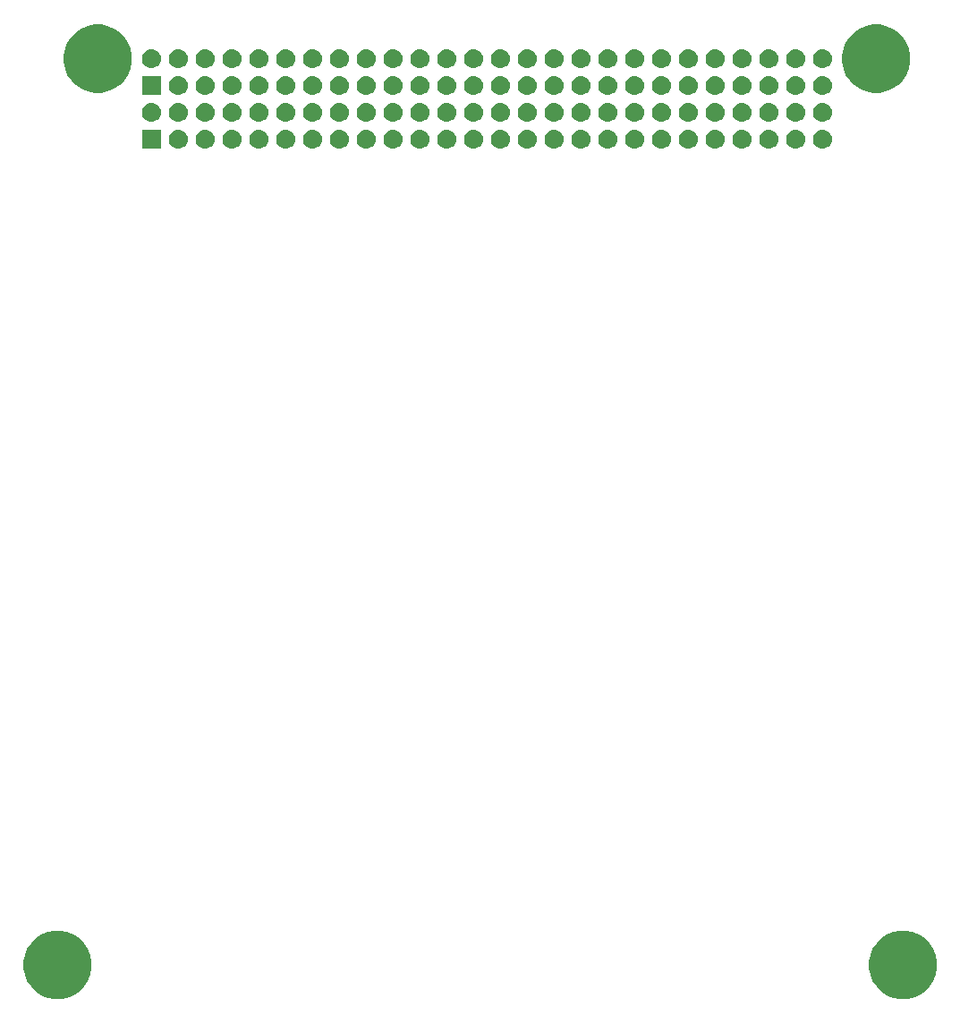
<source format=gbr>
G04 #@! TF.GenerationSoftware,KiCad,Pcbnew,(5.1.4)-1*
G04 #@! TF.CreationDate,2020-02-03T09:21:52-06:00*
G04 #@! TF.ProjectId,Boost,426f6f73-742e-46b6-9963-61645f706362,rev?*
G04 #@! TF.SameCoordinates,Original*
G04 #@! TF.FileFunction,Soldermask,Bot*
G04 #@! TF.FilePolarity,Negative*
%FSLAX46Y46*%
G04 Gerber Fmt 4.6, Leading zero omitted, Abs format (unit mm)*
G04 Created by KiCad (PCBNEW (5.1.4)-1) date 2020-02-03 09:21:52*
%MOMM*%
%LPD*%
G04 APERTURE LIST*
%ADD10C,0.100000*%
G04 APERTURE END LIST*
D10*
G36*
X182042988Y-137486973D02*
G01*
X182630082Y-137730155D01*
X182630084Y-137730156D01*
X183158455Y-138083202D01*
X183607798Y-138532545D01*
X183960844Y-139060916D01*
X183960845Y-139060918D01*
X184204027Y-139648012D01*
X184328000Y-140271265D01*
X184328000Y-140906735D01*
X184204027Y-141529988D01*
X183960845Y-142117082D01*
X183960844Y-142117084D01*
X183607798Y-142645455D01*
X183158455Y-143094798D01*
X182630084Y-143447844D01*
X182630083Y-143447845D01*
X182630082Y-143447845D01*
X182042988Y-143691027D01*
X181419735Y-143815000D01*
X180784265Y-143815000D01*
X180161012Y-143691027D01*
X179573918Y-143447845D01*
X179573917Y-143447845D01*
X179573916Y-143447844D01*
X179045545Y-143094798D01*
X178596202Y-142645455D01*
X178243156Y-142117084D01*
X178243155Y-142117082D01*
X177999973Y-141529988D01*
X177876000Y-140906735D01*
X177876000Y-140271265D01*
X177999973Y-139648012D01*
X178243155Y-139060918D01*
X178243156Y-139060916D01*
X178596202Y-138532545D01*
X179045545Y-138083202D01*
X179573916Y-137730156D01*
X179573918Y-137730155D01*
X180161012Y-137486973D01*
X180784265Y-137363000D01*
X181419735Y-137363000D01*
X182042988Y-137486973D01*
X182042988Y-137486973D01*
G37*
G36*
X102032988Y-137486973D02*
G01*
X102620082Y-137730155D01*
X102620084Y-137730156D01*
X103148455Y-138083202D01*
X103597798Y-138532545D01*
X103950844Y-139060916D01*
X103950845Y-139060918D01*
X104194027Y-139648012D01*
X104318000Y-140271265D01*
X104318000Y-140906735D01*
X104194027Y-141529988D01*
X103950845Y-142117082D01*
X103950844Y-142117084D01*
X103597798Y-142645455D01*
X103148455Y-143094798D01*
X102620084Y-143447844D01*
X102620083Y-143447845D01*
X102620082Y-143447845D01*
X102032988Y-143691027D01*
X101409735Y-143815000D01*
X100774265Y-143815000D01*
X100151012Y-143691027D01*
X99563918Y-143447845D01*
X99563917Y-143447845D01*
X99563916Y-143447844D01*
X99035545Y-143094798D01*
X98586202Y-142645455D01*
X98233156Y-142117084D01*
X98233155Y-142117082D01*
X97989973Y-141529988D01*
X97866000Y-140906735D01*
X97866000Y-140271265D01*
X97989973Y-139648012D01*
X98233155Y-139060918D01*
X98233156Y-139060916D01*
X98586202Y-138532545D01*
X99035545Y-138083202D01*
X99563916Y-137730156D01*
X99563918Y-137730155D01*
X100151012Y-137486973D01*
X100774265Y-137363000D01*
X101409735Y-137363000D01*
X102032988Y-137486973D01*
X102032988Y-137486973D01*
G37*
G36*
X127879523Y-61590453D02*
G01*
X127945708Y-61596972D01*
X128115547Y-61648492D01*
X128272072Y-61732157D01*
X128307810Y-61761487D01*
X128409267Y-61844749D01*
X128492529Y-61946206D01*
X128521859Y-61981944D01*
X128605524Y-62138469D01*
X128657044Y-62308308D01*
X128674440Y-62484935D01*
X128657044Y-62661562D01*
X128605524Y-62831401D01*
X128521859Y-62987926D01*
X128492529Y-63023664D01*
X128409267Y-63125121D01*
X128307810Y-63208383D01*
X128272072Y-63237713D01*
X128115547Y-63321378D01*
X127945708Y-63372898D01*
X127879524Y-63379416D01*
X127813341Y-63385935D01*
X127724821Y-63385935D01*
X127658638Y-63379416D01*
X127592454Y-63372898D01*
X127422615Y-63321378D01*
X127266090Y-63237713D01*
X127230352Y-63208383D01*
X127128895Y-63125121D01*
X127045633Y-63023664D01*
X127016303Y-62987926D01*
X126932638Y-62831401D01*
X126881118Y-62661562D01*
X126863722Y-62484935D01*
X126881118Y-62308308D01*
X126932638Y-62138469D01*
X127016303Y-61981944D01*
X127045633Y-61946206D01*
X127128895Y-61844749D01*
X127230352Y-61761487D01*
X127266090Y-61732157D01*
X127422615Y-61648492D01*
X127592454Y-61596972D01*
X127658639Y-61590453D01*
X127724821Y-61583935D01*
X127813341Y-61583935D01*
X127879523Y-61590453D01*
X127879523Y-61590453D01*
G37*
G36*
X110890081Y-63385935D02*
G01*
X109088081Y-63385935D01*
X109088081Y-61583935D01*
X110890081Y-61583935D01*
X110890081Y-63385935D01*
X110890081Y-63385935D01*
G37*
G36*
X112639523Y-61590453D02*
G01*
X112705708Y-61596972D01*
X112875547Y-61648492D01*
X113032072Y-61732157D01*
X113067810Y-61761487D01*
X113169267Y-61844749D01*
X113252529Y-61946206D01*
X113281859Y-61981944D01*
X113365524Y-62138469D01*
X113417044Y-62308308D01*
X113434440Y-62484935D01*
X113417044Y-62661562D01*
X113365524Y-62831401D01*
X113281859Y-62987926D01*
X113252529Y-63023664D01*
X113169267Y-63125121D01*
X113067810Y-63208383D01*
X113032072Y-63237713D01*
X112875547Y-63321378D01*
X112705708Y-63372898D01*
X112639524Y-63379416D01*
X112573341Y-63385935D01*
X112484821Y-63385935D01*
X112418638Y-63379416D01*
X112352454Y-63372898D01*
X112182615Y-63321378D01*
X112026090Y-63237713D01*
X111990352Y-63208383D01*
X111888895Y-63125121D01*
X111805633Y-63023664D01*
X111776303Y-62987926D01*
X111692638Y-62831401D01*
X111641118Y-62661562D01*
X111623722Y-62484935D01*
X111641118Y-62308308D01*
X111692638Y-62138469D01*
X111776303Y-61981944D01*
X111805633Y-61946206D01*
X111888895Y-61844749D01*
X111990352Y-61761487D01*
X112026090Y-61732157D01*
X112182615Y-61648492D01*
X112352454Y-61596972D01*
X112418639Y-61590453D01*
X112484821Y-61583935D01*
X112573341Y-61583935D01*
X112639523Y-61590453D01*
X112639523Y-61590453D01*
G37*
G36*
X115179523Y-61590453D02*
G01*
X115245708Y-61596972D01*
X115415547Y-61648492D01*
X115572072Y-61732157D01*
X115607810Y-61761487D01*
X115709267Y-61844749D01*
X115792529Y-61946206D01*
X115821859Y-61981944D01*
X115905524Y-62138469D01*
X115957044Y-62308308D01*
X115974440Y-62484935D01*
X115957044Y-62661562D01*
X115905524Y-62831401D01*
X115821859Y-62987926D01*
X115792529Y-63023664D01*
X115709267Y-63125121D01*
X115607810Y-63208383D01*
X115572072Y-63237713D01*
X115415547Y-63321378D01*
X115245708Y-63372898D01*
X115179524Y-63379416D01*
X115113341Y-63385935D01*
X115024821Y-63385935D01*
X114958638Y-63379416D01*
X114892454Y-63372898D01*
X114722615Y-63321378D01*
X114566090Y-63237713D01*
X114530352Y-63208383D01*
X114428895Y-63125121D01*
X114345633Y-63023664D01*
X114316303Y-62987926D01*
X114232638Y-62831401D01*
X114181118Y-62661562D01*
X114163722Y-62484935D01*
X114181118Y-62308308D01*
X114232638Y-62138469D01*
X114316303Y-61981944D01*
X114345633Y-61946206D01*
X114428895Y-61844749D01*
X114530352Y-61761487D01*
X114566090Y-61732157D01*
X114722615Y-61648492D01*
X114892454Y-61596972D01*
X114958639Y-61590453D01*
X115024821Y-61583935D01*
X115113341Y-61583935D01*
X115179523Y-61590453D01*
X115179523Y-61590453D01*
G37*
G36*
X117719523Y-61590453D02*
G01*
X117785708Y-61596972D01*
X117955547Y-61648492D01*
X118112072Y-61732157D01*
X118147810Y-61761487D01*
X118249267Y-61844749D01*
X118332529Y-61946206D01*
X118361859Y-61981944D01*
X118445524Y-62138469D01*
X118497044Y-62308308D01*
X118514440Y-62484935D01*
X118497044Y-62661562D01*
X118445524Y-62831401D01*
X118361859Y-62987926D01*
X118332529Y-63023664D01*
X118249267Y-63125121D01*
X118147810Y-63208383D01*
X118112072Y-63237713D01*
X117955547Y-63321378D01*
X117785708Y-63372898D01*
X117719524Y-63379416D01*
X117653341Y-63385935D01*
X117564821Y-63385935D01*
X117498638Y-63379416D01*
X117432454Y-63372898D01*
X117262615Y-63321378D01*
X117106090Y-63237713D01*
X117070352Y-63208383D01*
X116968895Y-63125121D01*
X116885633Y-63023664D01*
X116856303Y-62987926D01*
X116772638Y-62831401D01*
X116721118Y-62661562D01*
X116703722Y-62484935D01*
X116721118Y-62308308D01*
X116772638Y-62138469D01*
X116856303Y-61981944D01*
X116885633Y-61946206D01*
X116968895Y-61844749D01*
X117070352Y-61761487D01*
X117106090Y-61732157D01*
X117262615Y-61648492D01*
X117432454Y-61596972D01*
X117498639Y-61590453D01*
X117564821Y-61583935D01*
X117653341Y-61583935D01*
X117719523Y-61590453D01*
X117719523Y-61590453D01*
G37*
G36*
X120259523Y-61590453D02*
G01*
X120325708Y-61596972D01*
X120495547Y-61648492D01*
X120652072Y-61732157D01*
X120687810Y-61761487D01*
X120789267Y-61844749D01*
X120872529Y-61946206D01*
X120901859Y-61981944D01*
X120985524Y-62138469D01*
X121037044Y-62308308D01*
X121054440Y-62484935D01*
X121037044Y-62661562D01*
X120985524Y-62831401D01*
X120901859Y-62987926D01*
X120872529Y-63023664D01*
X120789267Y-63125121D01*
X120687810Y-63208383D01*
X120652072Y-63237713D01*
X120495547Y-63321378D01*
X120325708Y-63372898D01*
X120259524Y-63379416D01*
X120193341Y-63385935D01*
X120104821Y-63385935D01*
X120038638Y-63379416D01*
X119972454Y-63372898D01*
X119802615Y-63321378D01*
X119646090Y-63237713D01*
X119610352Y-63208383D01*
X119508895Y-63125121D01*
X119425633Y-63023664D01*
X119396303Y-62987926D01*
X119312638Y-62831401D01*
X119261118Y-62661562D01*
X119243722Y-62484935D01*
X119261118Y-62308308D01*
X119312638Y-62138469D01*
X119396303Y-61981944D01*
X119425633Y-61946206D01*
X119508895Y-61844749D01*
X119610352Y-61761487D01*
X119646090Y-61732157D01*
X119802615Y-61648492D01*
X119972454Y-61596972D01*
X120038639Y-61590453D01*
X120104821Y-61583935D01*
X120193341Y-61583935D01*
X120259523Y-61590453D01*
X120259523Y-61590453D01*
G37*
G36*
X122799523Y-61590453D02*
G01*
X122865708Y-61596972D01*
X123035547Y-61648492D01*
X123192072Y-61732157D01*
X123227810Y-61761487D01*
X123329267Y-61844749D01*
X123412529Y-61946206D01*
X123441859Y-61981944D01*
X123525524Y-62138469D01*
X123577044Y-62308308D01*
X123594440Y-62484935D01*
X123577044Y-62661562D01*
X123525524Y-62831401D01*
X123441859Y-62987926D01*
X123412529Y-63023664D01*
X123329267Y-63125121D01*
X123227810Y-63208383D01*
X123192072Y-63237713D01*
X123035547Y-63321378D01*
X122865708Y-63372898D01*
X122799524Y-63379416D01*
X122733341Y-63385935D01*
X122644821Y-63385935D01*
X122578638Y-63379416D01*
X122512454Y-63372898D01*
X122342615Y-63321378D01*
X122186090Y-63237713D01*
X122150352Y-63208383D01*
X122048895Y-63125121D01*
X121965633Y-63023664D01*
X121936303Y-62987926D01*
X121852638Y-62831401D01*
X121801118Y-62661562D01*
X121783722Y-62484935D01*
X121801118Y-62308308D01*
X121852638Y-62138469D01*
X121936303Y-61981944D01*
X121965633Y-61946206D01*
X122048895Y-61844749D01*
X122150352Y-61761487D01*
X122186090Y-61732157D01*
X122342615Y-61648492D01*
X122512454Y-61596972D01*
X122578639Y-61590453D01*
X122644821Y-61583935D01*
X122733341Y-61583935D01*
X122799523Y-61590453D01*
X122799523Y-61590453D01*
G37*
G36*
X125339523Y-61590453D02*
G01*
X125405708Y-61596972D01*
X125575547Y-61648492D01*
X125732072Y-61732157D01*
X125767810Y-61761487D01*
X125869267Y-61844749D01*
X125952529Y-61946206D01*
X125981859Y-61981944D01*
X126065524Y-62138469D01*
X126117044Y-62308308D01*
X126134440Y-62484935D01*
X126117044Y-62661562D01*
X126065524Y-62831401D01*
X125981859Y-62987926D01*
X125952529Y-63023664D01*
X125869267Y-63125121D01*
X125767810Y-63208383D01*
X125732072Y-63237713D01*
X125575547Y-63321378D01*
X125405708Y-63372898D01*
X125339524Y-63379416D01*
X125273341Y-63385935D01*
X125184821Y-63385935D01*
X125118638Y-63379416D01*
X125052454Y-63372898D01*
X124882615Y-63321378D01*
X124726090Y-63237713D01*
X124690352Y-63208383D01*
X124588895Y-63125121D01*
X124505633Y-63023664D01*
X124476303Y-62987926D01*
X124392638Y-62831401D01*
X124341118Y-62661562D01*
X124323722Y-62484935D01*
X124341118Y-62308308D01*
X124392638Y-62138469D01*
X124476303Y-61981944D01*
X124505633Y-61946206D01*
X124588895Y-61844749D01*
X124690352Y-61761487D01*
X124726090Y-61732157D01*
X124882615Y-61648492D01*
X125052454Y-61596972D01*
X125118639Y-61590453D01*
X125184821Y-61583935D01*
X125273341Y-61583935D01*
X125339523Y-61590453D01*
X125339523Y-61590453D01*
G37*
G36*
X130419523Y-61590453D02*
G01*
X130485708Y-61596972D01*
X130655547Y-61648492D01*
X130812072Y-61732157D01*
X130847810Y-61761487D01*
X130949267Y-61844749D01*
X131032529Y-61946206D01*
X131061859Y-61981944D01*
X131145524Y-62138469D01*
X131197044Y-62308308D01*
X131214440Y-62484935D01*
X131197044Y-62661562D01*
X131145524Y-62831401D01*
X131061859Y-62987926D01*
X131032529Y-63023664D01*
X130949267Y-63125121D01*
X130847810Y-63208383D01*
X130812072Y-63237713D01*
X130655547Y-63321378D01*
X130485708Y-63372898D01*
X130419524Y-63379416D01*
X130353341Y-63385935D01*
X130264821Y-63385935D01*
X130198638Y-63379416D01*
X130132454Y-63372898D01*
X129962615Y-63321378D01*
X129806090Y-63237713D01*
X129770352Y-63208383D01*
X129668895Y-63125121D01*
X129585633Y-63023664D01*
X129556303Y-62987926D01*
X129472638Y-62831401D01*
X129421118Y-62661562D01*
X129403722Y-62484935D01*
X129421118Y-62308308D01*
X129472638Y-62138469D01*
X129556303Y-61981944D01*
X129585633Y-61946206D01*
X129668895Y-61844749D01*
X129770352Y-61761487D01*
X129806090Y-61732157D01*
X129962615Y-61648492D01*
X130132454Y-61596972D01*
X130198639Y-61590453D01*
X130264821Y-61583935D01*
X130353341Y-61583935D01*
X130419523Y-61590453D01*
X130419523Y-61590453D01*
G37*
G36*
X132959523Y-61590453D02*
G01*
X133025708Y-61596972D01*
X133195547Y-61648492D01*
X133352072Y-61732157D01*
X133387810Y-61761487D01*
X133489267Y-61844749D01*
X133572529Y-61946206D01*
X133601859Y-61981944D01*
X133685524Y-62138469D01*
X133737044Y-62308308D01*
X133754440Y-62484935D01*
X133737044Y-62661562D01*
X133685524Y-62831401D01*
X133601859Y-62987926D01*
X133572529Y-63023664D01*
X133489267Y-63125121D01*
X133387810Y-63208383D01*
X133352072Y-63237713D01*
X133195547Y-63321378D01*
X133025708Y-63372898D01*
X132959524Y-63379416D01*
X132893341Y-63385935D01*
X132804821Y-63385935D01*
X132738638Y-63379416D01*
X132672454Y-63372898D01*
X132502615Y-63321378D01*
X132346090Y-63237713D01*
X132310352Y-63208383D01*
X132208895Y-63125121D01*
X132125633Y-63023664D01*
X132096303Y-62987926D01*
X132012638Y-62831401D01*
X131961118Y-62661562D01*
X131943722Y-62484935D01*
X131961118Y-62308308D01*
X132012638Y-62138469D01*
X132096303Y-61981944D01*
X132125633Y-61946206D01*
X132208895Y-61844749D01*
X132310352Y-61761487D01*
X132346090Y-61732157D01*
X132502615Y-61648492D01*
X132672454Y-61596972D01*
X132738639Y-61590453D01*
X132804821Y-61583935D01*
X132893341Y-61583935D01*
X132959523Y-61590453D01*
X132959523Y-61590453D01*
G37*
G36*
X135499523Y-61590453D02*
G01*
X135565708Y-61596972D01*
X135735547Y-61648492D01*
X135892072Y-61732157D01*
X135927810Y-61761487D01*
X136029267Y-61844749D01*
X136112529Y-61946206D01*
X136141859Y-61981944D01*
X136225524Y-62138469D01*
X136277044Y-62308308D01*
X136294440Y-62484935D01*
X136277044Y-62661562D01*
X136225524Y-62831401D01*
X136141859Y-62987926D01*
X136112529Y-63023664D01*
X136029267Y-63125121D01*
X135927810Y-63208383D01*
X135892072Y-63237713D01*
X135735547Y-63321378D01*
X135565708Y-63372898D01*
X135499524Y-63379416D01*
X135433341Y-63385935D01*
X135344821Y-63385935D01*
X135278638Y-63379416D01*
X135212454Y-63372898D01*
X135042615Y-63321378D01*
X134886090Y-63237713D01*
X134850352Y-63208383D01*
X134748895Y-63125121D01*
X134665633Y-63023664D01*
X134636303Y-62987926D01*
X134552638Y-62831401D01*
X134501118Y-62661562D01*
X134483722Y-62484935D01*
X134501118Y-62308308D01*
X134552638Y-62138469D01*
X134636303Y-61981944D01*
X134665633Y-61946206D01*
X134748895Y-61844749D01*
X134850352Y-61761487D01*
X134886090Y-61732157D01*
X135042615Y-61648492D01*
X135212454Y-61596972D01*
X135278639Y-61590453D01*
X135344821Y-61583935D01*
X135433341Y-61583935D01*
X135499523Y-61590453D01*
X135499523Y-61590453D01*
G37*
G36*
X138039523Y-61590453D02*
G01*
X138105708Y-61596972D01*
X138275547Y-61648492D01*
X138432072Y-61732157D01*
X138467810Y-61761487D01*
X138569267Y-61844749D01*
X138652529Y-61946206D01*
X138681859Y-61981944D01*
X138765524Y-62138469D01*
X138817044Y-62308308D01*
X138834440Y-62484935D01*
X138817044Y-62661562D01*
X138765524Y-62831401D01*
X138681859Y-62987926D01*
X138652529Y-63023664D01*
X138569267Y-63125121D01*
X138467810Y-63208383D01*
X138432072Y-63237713D01*
X138275547Y-63321378D01*
X138105708Y-63372898D01*
X138039524Y-63379416D01*
X137973341Y-63385935D01*
X137884821Y-63385935D01*
X137818638Y-63379416D01*
X137752454Y-63372898D01*
X137582615Y-63321378D01*
X137426090Y-63237713D01*
X137390352Y-63208383D01*
X137288895Y-63125121D01*
X137205633Y-63023664D01*
X137176303Y-62987926D01*
X137092638Y-62831401D01*
X137041118Y-62661562D01*
X137023722Y-62484935D01*
X137041118Y-62308308D01*
X137092638Y-62138469D01*
X137176303Y-61981944D01*
X137205633Y-61946206D01*
X137288895Y-61844749D01*
X137390352Y-61761487D01*
X137426090Y-61732157D01*
X137582615Y-61648492D01*
X137752454Y-61596972D01*
X137818639Y-61590453D01*
X137884821Y-61583935D01*
X137973341Y-61583935D01*
X138039523Y-61590453D01*
X138039523Y-61590453D01*
G37*
G36*
X140579523Y-61590453D02*
G01*
X140645708Y-61596972D01*
X140815547Y-61648492D01*
X140972072Y-61732157D01*
X141007810Y-61761487D01*
X141109267Y-61844749D01*
X141192529Y-61946206D01*
X141221859Y-61981944D01*
X141305524Y-62138469D01*
X141357044Y-62308308D01*
X141374440Y-62484935D01*
X141357044Y-62661562D01*
X141305524Y-62831401D01*
X141221859Y-62987926D01*
X141192529Y-63023664D01*
X141109267Y-63125121D01*
X141007810Y-63208383D01*
X140972072Y-63237713D01*
X140815547Y-63321378D01*
X140645708Y-63372898D01*
X140579524Y-63379416D01*
X140513341Y-63385935D01*
X140424821Y-63385935D01*
X140358638Y-63379416D01*
X140292454Y-63372898D01*
X140122615Y-63321378D01*
X139966090Y-63237713D01*
X139930352Y-63208383D01*
X139828895Y-63125121D01*
X139745633Y-63023664D01*
X139716303Y-62987926D01*
X139632638Y-62831401D01*
X139581118Y-62661562D01*
X139563722Y-62484935D01*
X139581118Y-62308308D01*
X139632638Y-62138469D01*
X139716303Y-61981944D01*
X139745633Y-61946206D01*
X139828895Y-61844749D01*
X139930352Y-61761487D01*
X139966090Y-61732157D01*
X140122615Y-61648492D01*
X140292454Y-61596972D01*
X140358639Y-61590453D01*
X140424821Y-61583935D01*
X140513341Y-61583935D01*
X140579523Y-61590453D01*
X140579523Y-61590453D01*
G37*
G36*
X145659523Y-61590453D02*
G01*
X145725708Y-61596972D01*
X145895547Y-61648492D01*
X146052072Y-61732157D01*
X146087810Y-61761487D01*
X146189267Y-61844749D01*
X146272529Y-61946206D01*
X146301859Y-61981944D01*
X146385524Y-62138469D01*
X146437044Y-62308308D01*
X146454440Y-62484935D01*
X146437044Y-62661562D01*
X146385524Y-62831401D01*
X146301859Y-62987926D01*
X146272529Y-63023664D01*
X146189267Y-63125121D01*
X146087810Y-63208383D01*
X146052072Y-63237713D01*
X145895547Y-63321378D01*
X145725708Y-63372898D01*
X145659524Y-63379416D01*
X145593341Y-63385935D01*
X145504821Y-63385935D01*
X145438638Y-63379416D01*
X145372454Y-63372898D01*
X145202615Y-63321378D01*
X145046090Y-63237713D01*
X145010352Y-63208383D01*
X144908895Y-63125121D01*
X144825633Y-63023664D01*
X144796303Y-62987926D01*
X144712638Y-62831401D01*
X144661118Y-62661562D01*
X144643722Y-62484935D01*
X144661118Y-62308308D01*
X144712638Y-62138469D01*
X144796303Y-61981944D01*
X144825633Y-61946206D01*
X144908895Y-61844749D01*
X145010352Y-61761487D01*
X145046090Y-61732157D01*
X145202615Y-61648492D01*
X145372454Y-61596972D01*
X145438639Y-61590453D01*
X145504821Y-61583935D01*
X145593341Y-61583935D01*
X145659523Y-61590453D01*
X145659523Y-61590453D01*
G37*
G36*
X171059523Y-61590453D02*
G01*
X171125708Y-61596972D01*
X171295547Y-61648492D01*
X171452072Y-61732157D01*
X171487810Y-61761487D01*
X171589267Y-61844749D01*
X171672529Y-61946206D01*
X171701859Y-61981944D01*
X171785524Y-62138469D01*
X171837044Y-62308308D01*
X171854440Y-62484935D01*
X171837044Y-62661562D01*
X171785524Y-62831401D01*
X171701859Y-62987926D01*
X171672529Y-63023664D01*
X171589267Y-63125121D01*
X171487810Y-63208383D01*
X171452072Y-63237713D01*
X171295547Y-63321378D01*
X171125708Y-63372898D01*
X171059524Y-63379416D01*
X170993341Y-63385935D01*
X170904821Y-63385935D01*
X170838638Y-63379416D01*
X170772454Y-63372898D01*
X170602615Y-63321378D01*
X170446090Y-63237713D01*
X170410352Y-63208383D01*
X170308895Y-63125121D01*
X170225633Y-63023664D01*
X170196303Y-62987926D01*
X170112638Y-62831401D01*
X170061118Y-62661562D01*
X170043722Y-62484935D01*
X170061118Y-62308308D01*
X170112638Y-62138469D01*
X170196303Y-61981944D01*
X170225633Y-61946206D01*
X170308895Y-61844749D01*
X170410352Y-61761487D01*
X170446090Y-61732157D01*
X170602615Y-61648492D01*
X170772454Y-61596972D01*
X170838639Y-61590453D01*
X170904821Y-61583935D01*
X170993341Y-61583935D01*
X171059523Y-61590453D01*
X171059523Y-61590453D01*
G37*
G36*
X173599523Y-61590453D02*
G01*
X173665708Y-61596972D01*
X173835547Y-61648492D01*
X173992072Y-61732157D01*
X174027810Y-61761487D01*
X174129267Y-61844749D01*
X174212529Y-61946206D01*
X174241859Y-61981944D01*
X174325524Y-62138469D01*
X174377044Y-62308308D01*
X174394440Y-62484935D01*
X174377044Y-62661562D01*
X174325524Y-62831401D01*
X174241859Y-62987926D01*
X174212529Y-63023664D01*
X174129267Y-63125121D01*
X174027810Y-63208383D01*
X173992072Y-63237713D01*
X173835547Y-63321378D01*
X173665708Y-63372898D01*
X173599524Y-63379416D01*
X173533341Y-63385935D01*
X173444821Y-63385935D01*
X173378638Y-63379416D01*
X173312454Y-63372898D01*
X173142615Y-63321378D01*
X172986090Y-63237713D01*
X172950352Y-63208383D01*
X172848895Y-63125121D01*
X172765633Y-63023664D01*
X172736303Y-62987926D01*
X172652638Y-62831401D01*
X172601118Y-62661562D01*
X172583722Y-62484935D01*
X172601118Y-62308308D01*
X172652638Y-62138469D01*
X172736303Y-61981944D01*
X172765633Y-61946206D01*
X172848895Y-61844749D01*
X172950352Y-61761487D01*
X172986090Y-61732157D01*
X173142615Y-61648492D01*
X173312454Y-61596972D01*
X173378639Y-61590453D01*
X173444821Y-61583935D01*
X173533341Y-61583935D01*
X173599523Y-61590453D01*
X173599523Y-61590453D01*
G37*
G36*
X168519523Y-61590453D02*
G01*
X168585708Y-61596972D01*
X168755547Y-61648492D01*
X168912072Y-61732157D01*
X168947810Y-61761487D01*
X169049267Y-61844749D01*
X169132529Y-61946206D01*
X169161859Y-61981944D01*
X169245524Y-62138469D01*
X169297044Y-62308308D01*
X169314440Y-62484935D01*
X169297044Y-62661562D01*
X169245524Y-62831401D01*
X169161859Y-62987926D01*
X169132529Y-63023664D01*
X169049267Y-63125121D01*
X168947810Y-63208383D01*
X168912072Y-63237713D01*
X168755547Y-63321378D01*
X168585708Y-63372898D01*
X168519524Y-63379416D01*
X168453341Y-63385935D01*
X168364821Y-63385935D01*
X168298638Y-63379416D01*
X168232454Y-63372898D01*
X168062615Y-63321378D01*
X167906090Y-63237713D01*
X167870352Y-63208383D01*
X167768895Y-63125121D01*
X167685633Y-63023664D01*
X167656303Y-62987926D01*
X167572638Y-62831401D01*
X167521118Y-62661562D01*
X167503722Y-62484935D01*
X167521118Y-62308308D01*
X167572638Y-62138469D01*
X167656303Y-61981944D01*
X167685633Y-61946206D01*
X167768895Y-61844749D01*
X167870352Y-61761487D01*
X167906090Y-61732157D01*
X168062615Y-61648492D01*
X168232454Y-61596972D01*
X168298639Y-61590453D01*
X168364821Y-61583935D01*
X168453341Y-61583935D01*
X168519523Y-61590453D01*
X168519523Y-61590453D01*
G37*
G36*
X165979523Y-61590453D02*
G01*
X166045708Y-61596972D01*
X166215547Y-61648492D01*
X166372072Y-61732157D01*
X166407810Y-61761487D01*
X166509267Y-61844749D01*
X166592529Y-61946206D01*
X166621859Y-61981944D01*
X166705524Y-62138469D01*
X166757044Y-62308308D01*
X166774440Y-62484935D01*
X166757044Y-62661562D01*
X166705524Y-62831401D01*
X166621859Y-62987926D01*
X166592529Y-63023664D01*
X166509267Y-63125121D01*
X166407810Y-63208383D01*
X166372072Y-63237713D01*
X166215547Y-63321378D01*
X166045708Y-63372898D01*
X165979524Y-63379416D01*
X165913341Y-63385935D01*
X165824821Y-63385935D01*
X165758638Y-63379416D01*
X165692454Y-63372898D01*
X165522615Y-63321378D01*
X165366090Y-63237713D01*
X165330352Y-63208383D01*
X165228895Y-63125121D01*
X165145633Y-63023664D01*
X165116303Y-62987926D01*
X165032638Y-62831401D01*
X164981118Y-62661562D01*
X164963722Y-62484935D01*
X164981118Y-62308308D01*
X165032638Y-62138469D01*
X165116303Y-61981944D01*
X165145633Y-61946206D01*
X165228895Y-61844749D01*
X165330352Y-61761487D01*
X165366090Y-61732157D01*
X165522615Y-61648492D01*
X165692454Y-61596972D01*
X165758639Y-61590453D01*
X165824821Y-61583935D01*
X165913341Y-61583935D01*
X165979523Y-61590453D01*
X165979523Y-61590453D01*
G37*
G36*
X163439523Y-61590453D02*
G01*
X163505708Y-61596972D01*
X163675547Y-61648492D01*
X163832072Y-61732157D01*
X163867810Y-61761487D01*
X163969267Y-61844749D01*
X164052529Y-61946206D01*
X164081859Y-61981944D01*
X164165524Y-62138469D01*
X164217044Y-62308308D01*
X164234440Y-62484935D01*
X164217044Y-62661562D01*
X164165524Y-62831401D01*
X164081859Y-62987926D01*
X164052529Y-63023664D01*
X163969267Y-63125121D01*
X163867810Y-63208383D01*
X163832072Y-63237713D01*
X163675547Y-63321378D01*
X163505708Y-63372898D01*
X163439524Y-63379416D01*
X163373341Y-63385935D01*
X163284821Y-63385935D01*
X163218638Y-63379416D01*
X163152454Y-63372898D01*
X162982615Y-63321378D01*
X162826090Y-63237713D01*
X162790352Y-63208383D01*
X162688895Y-63125121D01*
X162605633Y-63023664D01*
X162576303Y-62987926D01*
X162492638Y-62831401D01*
X162441118Y-62661562D01*
X162423722Y-62484935D01*
X162441118Y-62308308D01*
X162492638Y-62138469D01*
X162576303Y-61981944D01*
X162605633Y-61946206D01*
X162688895Y-61844749D01*
X162790352Y-61761487D01*
X162826090Y-61732157D01*
X162982615Y-61648492D01*
X163152454Y-61596972D01*
X163218639Y-61590453D01*
X163284821Y-61583935D01*
X163373341Y-61583935D01*
X163439523Y-61590453D01*
X163439523Y-61590453D01*
G37*
G36*
X160899523Y-61590453D02*
G01*
X160965708Y-61596972D01*
X161135547Y-61648492D01*
X161292072Y-61732157D01*
X161327810Y-61761487D01*
X161429267Y-61844749D01*
X161512529Y-61946206D01*
X161541859Y-61981944D01*
X161625524Y-62138469D01*
X161677044Y-62308308D01*
X161694440Y-62484935D01*
X161677044Y-62661562D01*
X161625524Y-62831401D01*
X161541859Y-62987926D01*
X161512529Y-63023664D01*
X161429267Y-63125121D01*
X161327810Y-63208383D01*
X161292072Y-63237713D01*
X161135547Y-63321378D01*
X160965708Y-63372898D01*
X160899524Y-63379416D01*
X160833341Y-63385935D01*
X160744821Y-63385935D01*
X160678638Y-63379416D01*
X160612454Y-63372898D01*
X160442615Y-63321378D01*
X160286090Y-63237713D01*
X160250352Y-63208383D01*
X160148895Y-63125121D01*
X160065633Y-63023664D01*
X160036303Y-62987926D01*
X159952638Y-62831401D01*
X159901118Y-62661562D01*
X159883722Y-62484935D01*
X159901118Y-62308308D01*
X159952638Y-62138469D01*
X160036303Y-61981944D01*
X160065633Y-61946206D01*
X160148895Y-61844749D01*
X160250352Y-61761487D01*
X160286090Y-61732157D01*
X160442615Y-61648492D01*
X160612454Y-61596972D01*
X160678639Y-61590453D01*
X160744821Y-61583935D01*
X160833341Y-61583935D01*
X160899523Y-61590453D01*
X160899523Y-61590453D01*
G37*
G36*
X155819523Y-61590453D02*
G01*
X155885708Y-61596972D01*
X156055547Y-61648492D01*
X156212072Y-61732157D01*
X156247810Y-61761487D01*
X156349267Y-61844749D01*
X156432529Y-61946206D01*
X156461859Y-61981944D01*
X156545524Y-62138469D01*
X156597044Y-62308308D01*
X156614440Y-62484935D01*
X156597044Y-62661562D01*
X156545524Y-62831401D01*
X156461859Y-62987926D01*
X156432529Y-63023664D01*
X156349267Y-63125121D01*
X156247810Y-63208383D01*
X156212072Y-63237713D01*
X156055547Y-63321378D01*
X155885708Y-63372898D01*
X155819524Y-63379416D01*
X155753341Y-63385935D01*
X155664821Y-63385935D01*
X155598638Y-63379416D01*
X155532454Y-63372898D01*
X155362615Y-63321378D01*
X155206090Y-63237713D01*
X155170352Y-63208383D01*
X155068895Y-63125121D01*
X154985633Y-63023664D01*
X154956303Y-62987926D01*
X154872638Y-62831401D01*
X154821118Y-62661562D01*
X154803722Y-62484935D01*
X154821118Y-62308308D01*
X154872638Y-62138469D01*
X154956303Y-61981944D01*
X154985633Y-61946206D01*
X155068895Y-61844749D01*
X155170352Y-61761487D01*
X155206090Y-61732157D01*
X155362615Y-61648492D01*
X155532454Y-61596972D01*
X155598639Y-61590453D01*
X155664821Y-61583935D01*
X155753341Y-61583935D01*
X155819523Y-61590453D01*
X155819523Y-61590453D01*
G37*
G36*
X158359523Y-61590453D02*
G01*
X158425708Y-61596972D01*
X158595547Y-61648492D01*
X158752072Y-61732157D01*
X158787810Y-61761487D01*
X158889267Y-61844749D01*
X158972529Y-61946206D01*
X159001859Y-61981944D01*
X159085524Y-62138469D01*
X159137044Y-62308308D01*
X159154440Y-62484935D01*
X159137044Y-62661562D01*
X159085524Y-62831401D01*
X159001859Y-62987926D01*
X158972529Y-63023664D01*
X158889267Y-63125121D01*
X158787810Y-63208383D01*
X158752072Y-63237713D01*
X158595547Y-63321378D01*
X158425708Y-63372898D01*
X158359524Y-63379416D01*
X158293341Y-63385935D01*
X158204821Y-63385935D01*
X158138638Y-63379416D01*
X158072454Y-63372898D01*
X157902615Y-63321378D01*
X157746090Y-63237713D01*
X157710352Y-63208383D01*
X157608895Y-63125121D01*
X157525633Y-63023664D01*
X157496303Y-62987926D01*
X157412638Y-62831401D01*
X157361118Y-62661562D01*
X157343722Y-62484935D01*
X157361118Y-62308308D01*
X157412638Y-62138469D01*
X157496303Y-61981944D01*
X157525633Y-61946206D01*
X157608895Y-61844749D01*
X157710352Y-61761487D01*
X157746090Y-61732157D01*
X157902615Y-61648492D01*
X158072454Y-61596972D01*
X158138639Y-61590453D01*
X158204821Y-61583935D01*
X158293341Y-61583935D01*
X158359523Y-61590453D01*
X158359523Y-61590453D01*
G37*
G36*
X153279523Y-61590453D02*
G01*
X153345708Y-61596972D01*
X153515547Y-61648492D01*
X153672072Y-61732157D01*
X153707810Y-61761487D01*
X153809267Y-61844749D01*
X153892529Y-61946206D01*
X153921859Y-61981944D01*
X154005524Y-62138469D01*
X154057044Y-62308308D01*
X154074440Y-62484935D01*
X154057044Y-62661562D01*
X154005524Y-62831401D01*
X153921859Y-62987926D01*
X153892529Y-63023664D01*
X153809267Y-63125121D01*
X153707810Y-63208383D01*
X153672072Y-63237713D01*
X153515547Y-63321378D01*
X153345708Y-63372898D01*
X153279524Y-63379416D01*
X153213341Y-63385935D01*
X153124821Y-63385935D01*
X153058638Y-63379416D01*
X152992454Y-63372898D01*
X152822615Y-63321378D01*
X152666090Y-63237713D01*
X152630352Y-63208383D01*
X152528895Y-63125121D01*
X152445633Y-63023664D01*
X152416303Y-62987926D01*
X152332638Y-62831401D01*
X152281118Y-62661562D01*
X152263722Y-62484935D01*
X152281118Y-62308308D01*
X152332638Y-62138469D01*
X152416303Y-61981944D01*
X152445633Y-61946206D01*
X152528895Y-61844749D01*
X152630352Y-61761487D01*
X152666090Y-61732157D01*
X152822615Y-61648492D01*
X152992454Y-61596972D01*
X153058639Y-61590453D01*
X153124821Y-61583935D01*
X153213341Y-61583935D01*
X153279523Y-61590453D01*
X153279523Y-61590453D01*
G37*
G36*
X150739523Y-61590453D02*
G01*
X150805708Y-61596972D01*
X150975547Y-61648492D01*
X151132072Y-61732157D01*
X151167810Y-61761487D01*
X151269267Y-61844749D01*
X151352529Y-61946206D01*
X151381859Y-61981944D01*
X151465524Y-62138469D01*
X151517044Y-62308308D01*
X151534440Y-62484935D01*
X151517044Y-62661562D01*
X151465524Y-62831401D01*
X151381859Y-62987926D01*
X151352529Y-63023664D01*
X151269267Y-63125121D01*
X151167810Y-63208383D01*
X151132072Y-63237713D01*
X150975547Y-63321378D01*
X150805708Y-63372898D01*
X150739524Y-63379416D01*
X150673341Y-63385935D01*
X150584821Y-63385935D01*
X150518638Y-63379416D01*
X150452454Y-63372898D01*
X150282615Y-63321378D01*
X150126090Y-63237713D01*
X150090352Y-63208383D01*
X149988895Y-63125121D01*
X149905633Y-63023664D01*
X149876303Y-62987926D01*
X149792638Y-62831401D01*
X149741118Y-62661562D01*
X149723722Y-62484935D01*
X149741118Y-62308308D01*
X149792638Y-62138469D01*
X149876303Y-61981944D01*
X149905633Y-61946206D01*
X149988895Y-61844749D01*
X150090352Y-61761487D01*
X150126090Y-61732157D01*
X150282615Y-61648492D01*
X150452454Y-61596972D01*
X150518639Y-61590453D01*
X150584821Y-61583935D01*
X150673341Y-61583935D01*
X150739523Y-61590453D01*
X150739523Y-61590453D01*
G37*
G36*
X148199523Y-61590453D02*
G01*
X148265708Y-61596972D01*
X148435547Y-61648492D01*
X148592072Y-61732157D01*
X148627810Y-61761487D01*
X148729267Y-61844749D01*
X148812529Y-61946206D01*
X148841859Y-61981944D01*
X148925524Y-62138469D01*
X148977044Y-62308308D01*
X148994440Y-62484935D01*
X148977044Y-62661562D01*
X148925524Y-62831401D01*
X148841859Y-62987926D01*
X148812529Y-63023664D01*
X148729267Y-63125121D01*
X148627810Y-63208383D01*
X148592072Y-63237713D01*
X148435547Y-63321378D01*
X148265708Y-63372898D01*
X148199524Y-63379416D01*
X148133341Y-63385935D01*
X148044821Y-63385935D01*
X147978638Y-63379416D01*
X147912454Y-63372898D01*
X147742615Y-63321378D01*
X147586090Y-63237713D01*
X147550352Y-63208383D01*
X147448895Y-63125121D01*
X147365633Y-63023664D01*
X147336303Y-62987926D01*
X147252638Y-62831401D01*
X147201118Y-62661562D01*
X147183722Y-62484935D01*
X147201118Y-62308308D01*
X147252638Y-62138469D01*
X147336303Y-61981944D01*
X147365633Y-61946206D01*
X147448895Y-61844749D01*
X147550352Y-61761487D01*
X147586090Y-61732157D01*
X147742615Y-61648492D01*
X147912454Y-61596972D01*
X147978639Y-61590453D01*
X148044821Y-61583935D01*
X148133341Y-61583935D01*
X148199523Y-61590453D01*
X148199523Y-61590453D01*
G37*
G36*
X143119523Y-61590453D02*
G01*
X143185708Y-61596972D01*
X143355547Y-61648492D01*
X143512072Y-61732157D01*
X143547810Y-61761487D01*
X143649267Y-61844749D01*
X143732529Y-61946206D01*
X143761859Y-61981944D01*
X143845524Y-62138469D01*
X143897044Y-62308308D01*
X143914440Y-62484935D01*
X143897044Y-62661562D01*
X143845524Y-62831401D01*
X143761859Y-62987926D01*
X143732529Y-63023664D01*
X143649267Y-63125121D01*
X143547810Y-63208383D01*
X143512072Y-63237713D01*
X143355547Y-63321378D01*
X143185708Y-63372898D01*
X143119524Y-63379416D01*
X143053341Y-63385935D01*
X142964821Y-63385935D01*
X142898638Y-63379416D01*
X142832454Y-63372898D01*
X142662615Y-63321378D01*
X142506090Y-63237713D01*
X142470352Y-63208383D01*
X142368895Y-63125121D01*
X142285633Y-63023664D01*
X142256303Y-62987926D01*
X142172638Y-62831401D01*
X142121118Y-62661562D01*
X142103722Y-62484935D01*
X142121118Y-62308308D01*
X142172638Y-62138469D01*
X142256303Y-61981944D01*
X142285633Y-61946206D01*
X142368895Y-61844749D01*
X142470352Y-61761487D01*
X142506090Y-61732157D01*
X142662615Y-61648492D01*
X142832454Y-61596972D01*
X142898639Y-61590453D01*
X142964821Y-61583935D01*
X143053341Y-61583935D01*
X143119523Y-61590453D01*
X143119523Y-61590453D01*
G37*
G36*
X145659524Y-59050454D02*
G01*
X145725708Y-59056972D01*
X145895547Y-59108492D01*
X146052072Y-59192157D01*
X146087810Y-59221487D01*
X146189267Y-59304749D01*
X146272529Y-59406206D01*
X146301859Y-59441944D01*
X146385524Y-59598469D01*
X146437044Y-59768308D01*
X146454440Y-59944935D01*
X146437044Y-60121562D01*
X146385524Y-60291401D01*
X146301859Y-60447926D01*
X146272529Y-60483664D01*
X146189267Y-60585121D01*
X146087810Y-60668383D01*
X146052072Y-60697713D01*
X145895547Y-60781378D01*
X145725708Y-60832898D01*
X145659523Y-60839417D01*
X145593341Y-60845935D01*
X145504821Y-60845935D01*
X145438639Y-60839417D01*
X145372454Y-60832898D01*
X145202615Y-60781378D01*
X145046090Y-60697713D01*
X145010352Y-60668383D01*
X144908895Y-60585121D01*
X144825633Y-60483664D01*
X144796303Y-60447926D01*
X144712638Y-60291401D01*
X144661118Y-60121562D01*
X144643722Y-59944935D01*
X144661118Y-59768308D01*
X144712638Y-59598469D01*
X144796303Y-59441944D01*
X144825633Y-59406206D01*
X144908895Y-59304749D01*
X145010352Y-59221487D01*
X145046090Y-59192157D01*
X145202615Y-59108492D01*
X145372454Y-59056972D01*
X145438638Y-59050454D01*
X145504821Y-59043935D01*
X145593341Y-59043935D01*
X145659524Y-59050454D01*
X145659524Y-59050454D01*
G37*
G36*
X115179524Y-59050454D02*
G01*
X115245708Y-59056972D01*
X115415547Y-59108492D01*
X115572072Y-59192157D01*
X115607810Y-59221487D01*
X115709267Y-59304749D01*
X115792529Y-59406206D01*
X115821859Y-59441944D01*
X115905524Y-59598469D01*
X115957044Y-59768308D01*
X115974440Y-59944935D01*
X115957044Y-60121562D01*
X115905524Y-60291401D01*
X115821859Y-60447926D01*
X115792529Y-60483664D01*
X115709267Y-60585121D01*
X115607810Y-60668383D01*
X115572072Y-60697713D01*
X115415547Y-60781378D01*
X115245708Y-60832898D01*
X115179523Y-60839417D01*
X115113341Y-60845935D01*
X115024821Y-60845935D01*
X114958639Y-60839417D01*
X114892454Y-60832898D01*
X114722615Y-60781378D01*
X114566090Y-60697713D01*
X114530352Y-60668383D01*
X114428895Y-60585121D01*
X114345633Y-60483664D01*
X114316303Y-60447926D01*
X114232638Y-60291401D01*
X114181118Y-60121562D01*
X114163722Y-59944935D01*
X114181118Y-59768308D01*
X114232638Y-59598469D01*
X114316303Y-59441944D01*
X114345633Y-59406206D01*
X114428895Y-59304749D01*
X114530352Y-59221487D01*
X114566090Y-59192157D01*
X114722615Y-59108492D01*
X114892454Y-59056972D01*
X114958638Y-59050454D01*
X115024821Y-59043935D01*
X115113341Y-59043935D01*
X115179524Y-59050454D01*
X115179524Y-59050454D01*
G37*
G36*
X143119524Y-59050454D02*
G01*
X143185708Y-59056972D01*
X143355547Y-59108492D01*
X143512072Y-59192157D01*
X143547810Y-59221487D01*
X143649267Y-59304749D01*
X143732529Y-59406206D01*
X143761859Y-59441944D01*
X143845524Y-59598469D01*
X143897044Y-59768308D01*
X143914440Y-59944935D01*
X143897044Y-60121562D01*
X143845524Y-60291401D01*
X143761859Y-60447926D01*
X143732529Y-60483664D01*
X143649267Y-60585121D01*
X143547810Y-60668383D01*
X143512072Y-60697713D01*
X143355547Y-60781378D01*
X143185708Y-60832898D01*
X143119523Y-60839417D01*
X143053341Y-60845935D01*
X142964821Y-60845935D01*
X142898639Y-60839417D01*
X142832454Y-60832898D01*
X142662615Y-60781378D01*
X142506090Y-60697713D01*
X142470352Y-60668383D01*
X142368895Y-60585121D01*
X142285633Y-60483664D01*
X142256303Y-60447926D01*
X142172638Y-60291401D01*
X142121118Y-60121562D01*
X142103722Y-59944935D01*
X142121118Y-59768308D01*
X142172638Y-59598469D01*
X142256303Y-59441944D01*
X142285633Y-59406206D01*
X142368895Y-59304749D01*
X142470352Y-59221487D01*
X142506090Y-59192157D01*
X142662615Y-59108492D01*
X142832454Y-59056972D01*
X142898638Y-59050454D01*
X142964821Y-59043935D01*
X143053341Y-59043935D01*
X143119524Y-59050454D01*
X143119524Y-59050454D01*
G37*
G36*
X140579524Y-59050454D02*
G01*
X140645708Y-59056972D01*
X140815547Y-59108492D01*
X140972072Y-59192157D01*
X141007810Y-59221487D01*
X141109267Y-59304749D01*
X141192529Y-59406206D01*
X141221859Y-59441944D01*
X141305524Y-59598469D01*
X141357044Y-59768308D01*
X141374440Y-59944935D01*
X141357044Y-60121562D01*
X141305524Y-60291401D01*
X141221859Y-60447926D01*
X141192529Y-60483664D01*
X141109267Y-60585121D01*
X141007810Y-60668383D01*
X140972072Y-60697713D01*
X140815547Y-60781378D01*
X140645708Y-60832898D01*
X140579523Y-60839417D01*
X140513341Y-60845935D01*
X140424821Y-60845935D01*
X140358639Y-60839417D01*
X140292454Y-60832898D01*
X140122615Y-60781378D01*
X139966090Y-60697713D01*
X139930352Y-60668383D01*
X139828895Y-60585121D01*
X139745633Y-60483664D01*
X139716303Y-60447926D01*
X139632638Y-60291401D01*
X139581118Y-60121562D01*
X139563722Y-59944935D01*
X139581118Y-59768308D01*
X139632638Y-59598469D01*
X139716303Y-59441944D01*
X139745633Y-59406206D01*
X139828895Y-59304749D01*
X139930352Y-59221487D01*
X139966090Y-59192157D01*
X140122615Y-59108492D01*
X140292454Y-59056972D01*
X140358638Y-59050454D01*
X140424821Y-59043935D01*
X140513341Y-59043935D01*
X140579524Y-59050454D01*
X140579524Y-59050454D01*
G37*
G36*
X117719524Y-59050454D02*
G01*
X117785708Y-59056972D01*
X117955547Y-59108492D01*
X118112072Y-59192157D01*
X118147810Y-59221487D01*
X118249267Y-59304749D01*
X118332529Y-59406206D01*
X118361859Y-59441944D01*
X118445524Y-59598469D01*
X118497044Y-59768308D01*
X118514440Y-59944935D01*
X118497044Y-60121562D01*
X118445524Y-60291401D01*
X118361859Y-60447926D01*
X118332529Y-60483664D01*
X118249267Y-60585121D01*
X118147810Y-60668383D01*
X118112072Y-60697713D01*
X117955547Y-60781378D01*
X117785708Y-60832898D01*
X117719523Y-60839417D01*
X117653341Y-60845935D01*
X117564821Y-60845935D01*
X117498639Y-60839417D01*
X117432454Y-60832898D01*
X117262615Y-60781378D01*
X117106090Y-60697713D01*
X117070352Y-60668383D01*
X116968895Y-60585121D01*
X116885633Y-60483664D01*
X116856303Y-60447926D01*
X116772638Y-60291401D01*
X116721118Y-60121562D01*
X116703722Y-59944935D01*
X116721118Y-59768308D01*
X116772638Y-59598469D01*
X116856303Y-59441944D01*
X116885633Y-59406206D01*
X116968895Y-59304749D01*
X117070352Y-59221487D01*
X117106090Y-59192157D01*
X117262615Y-59108492D01*
X117432454Y-59056972D01*
X117498638Y-59050454D01*
X117564821Y-59043935D01*
X117653341Y-59043935D01*
X117719524Y-59050454D01*
X117719524Y-59050454D01*
G37*
G36*
X138039524Y-59050454D02*
G01*
X138105708Y-59056972D01*
X138275547Y-59108492D01*
X138432072Y-59192157D01*
X138467810Y-59221487D01*
X138569267Y-59304749D01*
X138652529Y-59406206D01*
X138681859Y-59441944D01*
X138765524Y-59598469D01*
X138817044Y-59768308D01*
X138834440Y-59944935D01*
X138817044Y-60121562D01*
X138765524Y-60291401D01*
X138681859Y-60447926D01*
X138652529Y-60483664D01*
X138569267Y-60585121D01*
X138467810Y-60668383D01*
X138432072Y-60697713D01*
X138275547Y-60781378D01*
X138105708Y-60832898D01*
X138039523Y-60839417D01*
X137973341Y-60845935D01*
X137884821Y-60845935D01*
X137818639Y-60839417D01*
X137752454Y-60832898D01*
X137582615Y-60781378D01*
X137426090Y-60697713D01*
X137390352Y-60668383D01*
X137288895Y-60585121D01*
X137205633Y-60483664D01*
X137176303Y-60447926D01*
X137092638Y-60291401D01*
X137041118Y-60121562D01*
X137023722Y-59944935D01*
X137041118Y-59768308D01*
X137092638Y-59598469D01*
X137176303Y-59441944D01*
X137205633Y-59406206D01*
X137288895Y-59304749D01*
X137390352Y-59221487D01*
X137426090Y-59192157D01*
X137582615Y-59108492D01*
X137752454Y-59056972D01*
X137818638Y-59050454D01*
X137884821Y-59043935D01*
X137973341Y-59043935D01*
X138039524Y-59050454D01*
X138039524Y-59050454D01*
G37*
G36*
X135499524Y-59050454D02*
G01*
X135565708Y-59056972D01*
X135735547Y-59108492D01*
X135892072Y-59192157D01*
X135927810Y-59221487D01*
X136029267Y-59304749D01*
X136112529Y-59406206D01*
X136141859Y-59441944D01*
X136225524Y-59598469D01*
X136277044Y-59768308D01*
X136294440Y-59944935D01*
X136277044Y-60121562D01*
X136225524Y-60291401D01*
X136141859Y-60447926D01*
X136112529Y-60483664D01*
X136029267Y-60585121D01*
X135927810Y-60668383D01*
X135892072Y-60697713D01*
X135735547Y-60781378D01*
X135565708Y-60832898D01*
X135499523Y-60839417D01*
X135433341Y-60845935D01*
X135344821Y-60845935D01*
X135278639Y-60839417D01*
X135212454Y-60832898D01*
X135042615Y-60781378D01*
X134886090Y-60697713D01*
X134850352Y-60668383D01*
X134748895Y-60585121D01*
X134665633Y-60483664D01*
X134636303Y-60447926D01*
X134552638Y-60291401D01*
X134501118Y-60121562D01*
X134483722Y-59944935D01*
X134501118Y-59768308D01*
X134552638Y-59598469D01*
X134636303Y-59441944D01*
X134665633Y-59406206D01*
X134748895Y-59304749D01*
X134850352Y-59221487D01*
X134886090Y-59192157D01*
X135042615Y-59108492D01*
X135212454Y-59056972D01*
X135278638Y-59050454D01*
X135344821Y-59043935D01*
X135433341Y-59043935D01*
X135499524Y-59050454D01*
X135499524Y-59050454D01*
G37*
G36*
X120259524Y-59050454D02*
G01*
X120325708Y-59056972D01*
X120495547Y-59108492D01*
X120652072Y-59192157D01*
X120687810Y-59221487D01*
X120789267Y-59304749D01*
X120872529Y-59406206D01*
X120901859Y-59441944D01*
X120985524Y-59598469D01*
X121037044Y-59768308D01*
X121054440Y-59944935D01*
X121037044Y-60121562D01*
X120985524Y-60291401D01*
X120901859Y-60447926D01*
X120872529Y-60483664D01*
X120789267Y-60585121D01*
X120687810Y-60668383D01*
X120652072Y-60697713D01*
X120495547Y-60781378D01*
X120325708Y-60832898D01*
X120259523Y-60839417D01*
X120193341Y-60845935D01*
X120104821Y-60845935D01*
X120038639Y-60839417D01*
X119972454Y-60832898D01*
X119802615Y-60781378D01*
X119646090Y-60697713D01*
X119610352Y-60668383D01*
X119508895Y-60585121D01*
X119425633Y-60483664D01*
X119396303Y-60447926D01*
X119312638Y-60291401D01*
X119261118Y-60121562D01*
X119243722Y-59944935D01*
X119261118Y-59768308D01*
X119312638Y-59598469D01*
X119396303Y-59441944D01*
X119425633Y-59406206D01*
X119508895Y-59304749D01*
X119610352Y-59221487D01*
X119646090Y-59192157D01*
X119802615Y-59108492D01*
X119972454Y-59056972D01*
X120038638Y-59050454D01*
X120104821Y-59043935D01*
X120193341Y-59043935D01*
X120259524Y-59050454D01*
X120259524Y-59050454D01*
G37*
G36*
X132959524Y-59050454D02*
G01*
X133025708Y-59056972D01*
X133195547Y-59108492D01*
X133352072Y-59192157D01*
X133387810Y-59221487D01*
X133489267Y-59304749D01*
X133572529Y-59406206D01*
X133601859Y-59441944D01*
X133685524Y-59598469D01*
X133737044Y-59768308D01*
X133754440Y-59944935D01*
X133737044Y-60121562D01*
X133685524Y-60291401D01*
X133601859Y-60447926D01*
X133572529Y-60483664D01*
X133489267Y-60585121D01*
X133387810Y-60668383D01*
X133352072Y-60697713D01*
X133195547Y-60781378D01*
X133025708Y-60832898D01*
X132959523Y-60839417D01*
X132893341Y-60845935D01*
X132804821Y-60845935D01*
X132738639Y-60839417D01*
X132672454Y-60832898D01*
X132502615Y-60781378D01*
X132346090Y-60697713D01*
X132310352Y-60668383D01*
X132208895Y-60585121D01*
X132125633Y-60483664D01*
X132096303Y-60447926D01*
X132012638Y-60291401D01*
X131961118Y-60121562D01*
X131943722Y-59944935D01*
X131961118Y-59768308D01*
X132012638Y-59598469D01*
X132096303Y-59441944D01*
X132125633Y-59406206D01*
X132208895Y-59304749D01*
X132310352Y-59221487D01*
X132346090Y-59192157D01*
X132502615Y-59108492D01*
X132672454Y-59056972D01*
X132738638Y-59050454D01*
X132804821Y-59043935D01*
X132893341Y-59043935D01*
X132959524Y-59050454D01*
X132959524Y-59050454D01*
G37*
G36*
X130419524Y-59050454D02*
G01*
X130485708Y-59056972D01*
X130655547Y-59108492D01*
X130812072Y-59192157D01*
X130847810Y-59221487D01*
X130949267Y-59304749D01*
X131032529Y-59406206D01*
X131061859Y-59441944D01*
X131145524Y-59598469D01*
X131197044Y-59768308D01*
X131214440Y-59944935D01*
X131197044Y-60121562D01*
X131145524Y-60291401D01*
X131061859Y-60447926D01*
X131032529Y-60483664D01*
X130949267Y-60585121D01*
X130847810Y-60668383D01*
X130812072Y-60697713D01*
X130655547Y-60781378D01*
X130485708Y-60832898D01*
X130419523Y-60839417D01*
X130353341Y-60845935D01*
X130264821Y-60845935D01*
X130198639Y-60839417D01*
X130132454Y-60832898D01*
X129962615Y-60781378D01*
X129806090Y-60697713D01*
X129770352Y-60668383D01*
X129668895Y-60585121D01*
X129585633Y-60483664D01*
X129556303Y-60447926D01*
X129472638Y-60291401D01*
X129421118Y-60121562D01*
X129403722Y-59944935D01*
X129421118Y-59768308D01*
X129472638Y-59598469D01*
X129556303Y-59441944D01*
X129585633Y-59406206D01*
X129668895Y-59304749D01*
X129770352Y-59221487D01*
X129806090Y-59192157D01*
X129962615Y-59108492D01*
X130132454Y-59056972D01*
X130198638Y-59050454D01*
X130264821Y-59043935D01*
X130353341Y-59043935D01*
X130419524Y-59050454D01*
X130419524Y-59050454D01*
G37*
G36*
X122799524Y-59050454D02*
G01*
X122865708Y-59056972D01*
X123035547Y-59108492D01*
X123192072Y-59192157D01*
X123227810Y-59221487D01*
X123329267Y-59304749D01*
X123412529Y-59406206D01*
X123441859Y-59441944D01*
X123525524Y-59598469D01*
X123577044Y-59768308D01*
X123594440Y-59944935D01*
X123577044Y-60121562D01*
X123525524Y-60291401D01*
X123441859Y-60447926D01*
X123412529Y-60483664D01*
X123329267Y-60585121D01*
X123227810Y-60668383D01*
X123192072Y-60697713D01*
X123035547Y-60781378D01*
X122865708Y-60832898D01*
X122799523Y-60839417D01*
X122733341Y-60845935D01*
X122644821Y-60845935D01*
X122578639Y-60839417D01*
X122512454Y-60832898D01*
X122342615Y-60781378D01*
X122186090Y-60697713D01*
X122150352Y-60668383D01*
X122048895Y-60585121D01*
X121965633Y-60483664D01*
X121936303Y-60447926D01*
X121852638Y-60291401D01*
X121801118Y-60121562D01*
X121783722Y-59944935D01*
X121801118Y-59768308D01*
X121852638Y-59598469D01*
X121936303Y-59441944D01*
X121965633Y-59406206D01*
X122048895Y-59304749D01*
X122150352Y-59221487D01*
X122186090Y-59192157D01*
X122342615Y-59108492D01*
X122512454Y-59056972D01*
X122578638Y-59050454D01*
X122644821Y-59043935D01*
X122733341Y-59043935D01*
X122799524Y-59050454D01*
X122799524Y-59050454D01*
G37*
G36*
X127879524Y-59050454D02*
G01*
X127945708Y-59056972D01*
X128115547Y-59108492D01*
X128272072Y-59192157D01*
X128307810Y-59221487D01*
X128409267Y-59304749D01*
X128492529Y-59406206D01*
X128521859Y-59441944D01*
X128605524Y-59598469D01*
X128657044Y-59768308D01*
X128674440Y-59944935D01*
X128657044Y-60121562D01*
X128605524Y-60291401D01*
X128521859Y-60447926D01*
X128492529Y-60483664D01*
X128409267Y-60585121D01*
X128307810Y-60668383D01*
X128272072Y-60697713D01*
X128115547Y-60781378D01*
X127945708Y-60832898D01*
X127879523Y-60839417D01*
X127813341Y-60845935D01*
X127724821Y-60845935D01*
X127658639Y-60839417D01*
X127592454Y-60832898D01*
X127422615Y-60781378D01*
X127266090Y-60697713D01*
X127230352Y-60668383D01*
X127128895Y-60585121D01*
X127045633Y-60483664D01*
X127016303Y-60447926D01*
X126932638Y-60291401D01*
X126881118Y-60121562D01*
X126863722Y-59944935D01*
X126881118Y-59768308D01*
X126932638Y-59598469D01*
X127016303Y-59441944D01*
X127045633Y-59406206D01*
X127128895Y-59304749D01*
X127230352Y-59221487D01*
X127266090Y-59192157D01*
X127422615Y-59108492D01*
X127592454Y-59056972D01*
X127658638Y-59050454D01*
X127724821Y-59043935D01*
X127813341Y-59043935D01*
X127879524Y-59050454D01*
X127879524Y-59050454D01*
G37*
G36*
X153279524Y-59050454D02*
G01*
X153345708Y-59056972D01*
X153515547Y-59108492D01*
X153672072Y-59192157D01*
X153707810Y-59221487D01*
X153809267Y-59304749D01*
X153892529Y-59406206D01*
X153921859Y-59441944D01*
X154005524Y-59598469D01*
X154057044Y-59768308D01*
X154074440Y-59944935D01*
X154057044Y-60121562D01*
X154005524Y-60291401D01*
X153921859Y-60447926D01*
X153892529Y-60483664D01*
X153809267Y-60585121D01*
X153707810Y-60668383D01*
X153672072Y-60697713D01*
X153515547Y-60781378D01*
X153345708Y-60832898D01*
X153279523Y-60839417D01*
X153213341Y-60845935D01*
X153124821Y-60845935D01*
X153058639Y-60839417D01*
X152992454Y-60832898D01*
X152822615Y-60781378D01*
X152666090Y-60697713D01*
X152630352Y-60668383D01*
X152528895Y-60585121D01*
X152445633Y-60483664D01*
X152416303Y-60447926D01*
X152332638Y-60291401D01*
X152281118Y-60121562D01*
X152263722Y-59944935D01*
X152281118Y-59768308D01*
X152332638Y-59598469D01*
X152416303Y-59441944D01*
X152445633Y-59406206D01*
X152528895Y-59304749D01*
X152630352Y-59221487D01*
X152666090Y-59192157D01*
X152822615Y-59108492D01*
X152992454Y-59056972D01*
X153058638Y-59050454D01*
X153124821Y-59043935D01*
X153213341Y-59043935D01*
X153279524Y-59050454D01*
X153279524Y-59050454D01*
G37*
G36*
X112639524Y-59050454D02*
G01*
X112705708Y-59056972D01*
X112875547Y-59108492D01*
X113032072Y-59192157D01*
X113067810Y-59221487D01*
X113169267Y-59304749D01*
X113252529Y-59406206D01*
X113281859Y-59441944D01*
X113365524Y-59598469D01*
X113417044Y-59768308D01*
X113434440Y-59944935D01*
X113417044Y-60121562D01*
X113365524Y-60291401D01*
X113281859Y-60447926D01*
X113252529Y-60483664D01*
X113169267Y-60585121D01*
X113067810Y-60668383D01*
X113032072Y-60697713D01*
X112875547Y-60781378D01*
X112705708Y-60832898D01*
X112639523Y-60839417D01*
X112573341Y-60845935D01*
X112484821Y-60845935D01*
X112418639Y-60839417D01*
X112352454Y-60832898D01*
X112182615Y-60781378D01*
X112026090Y-60697713D01*
X111990352Y-60668383D01*
X111888895Y-60585121D01*
X111805633Y-60483664D01*
X111776303Y-60447926D01*
X111692638Y-60291401D01*
X111641118Y-60121562D01*
X111623722Y-59944935D01*
X111641118Y-59768308D01*
X111692638Y-59598469D01*
X111776303Y-59441944D01*
X111805633Y-59406206D01*
X111888895Y-59304749D01*
X111990352Y-59221487D01*
X112026090Y-59192157D01*
X112182615Y-59108492D01*
X112352454Y-59056972D01*
X112418638Y-59050454D01*
X112484821Y-59043935D01*
X112573341Y-59043935D01*
X112639524Y-59050454D01*
X112639524Y-59050454D01*
G37*
G36*
X110099524Y-59050454D02*
G01*
X110165708Y-59056972D01*
X110335547Y-59108492D01*
X110492072Y-59192157D01*
X110527810Y-59221487D01*
X110629267Y-59304749D01*
X110712529Y-59406206D01*
X110741859Y-59441944D01*
X110825524Y-59598469D01*
X110877044Y-59768308D01*
X110894440Y-59944935D01*
X110877044Y-60121562D01*
X110825524Y-60291401D01*
X110741859Y-60447926D01*
X110712529Y-60483664D01*
X110629267Y-60585121D01*
X110527810Y-60668383D01*
X110492072Y-60697713D01*
X110335547Y-60781378D01*
X110165708Y-60832898D01*
X110099523Y-60839417D01*
X110033341Y-60845935D01*
X109944821Y-60845935D01*
X109878639Y-60839417D01*
X109812454Y-60832898D01*
X109642615Y-60781378D01*
X109486090Y-60697713D01*
X109450352Y-60668383D01*
X109348895Y-60585121D01*
X109265633Y-60483664D01*
X109236303Y-60447926D01*
X109152638Y-60291401D01*
X109101118Y-60121562D01*
X109083722Y-59944935D01*
X109101118Y-59768308D01*
X109152638Y-59598469D01*
X109236303Y-59441944D01*
X109265633Y-59406206D01*
X109348895Y-59304749D01*
X109450352Y-59221487D01*
X109486090Y-59192157D01*
X109642615Y-59108492D01*
X109812454Y-59056972D01*
X109878638Y-59050454D01*
X109944821Y-59043935D01*
X110033341Y-59043935D01*
X110099524Y-59050454D01*
X110099524Y-59050454D01*
G37*
G36*
X173599524Y-59050454D02*
G01*
X173665708Y-59056972D01*
X173835547Y-59108492D01*
X173992072Y-59192157D01*
X174027810Y-59221487D01*
X174129267Y-59304749D01*
X174212529Y-59406206D01*
X174241859Y-59441944D01*
X174325524Y-59598469D01*
X174377044Y-59768308D01*
X174394440Y-59944935D01*
X174377044Y-60121562D01*
X174325524Y-60291401D01*
X174241859Y-60447926D01*
X174212529Y-60483664D01*
X174129267Y-60585121D01*
X174027810Y-60668383D01*
X173992072Y-60697713D01*
X173835547Y-60781378D01*
X173665708Y-60832898D01*
X173599523Y-60839417D01*
X173533341Y-60845935D01*
X173444821Y-60845935D01*
X173378639Y-60839417D01*
X173312454Y-60832898D01*
X173142615Y-60781378D01*
X172986090Y-60697713D01*
X172950352Y-60668383D01*
X172848895Y-60585121D01*
X172765633Y-60483664D01*
X172736303Y-60447926D01*
X172652638Y-60291401D01*
X172601118Y-60121562D01*
X172583722Y-59944935D01*
X172601118Y-59768308D01*
X172652638Y-59598469D01*
X172736303Y-59441944D01*
X172765633Y-59406206D01*
X172848895Y-59304749D01*
X172950352Y-59221487D01*
X172986090Y-59192157D01*
X173142615Y-59108492D01*
X173312454Y-59056972D01*
X173378638Y-59050454D01*
X173444821Y-59043935D01*
X173533341Y-59043935D01*
X173599524Y-59050454D01*
X173599524Y-59050454D01*
G37*
G36*
X155819524Y-59050454D02*
G01*
X155885708Y-59056972D01*
X156055547Y-59108492D01*
X156212072Y-59192157D01*
X156247810Y-59221487D01*
X156349267Y-59304749D01*
X156432529Y-59406206D01*
X156461859Y-59441944D01*
X156545524Y-59598469D01*
X156597044Y-59768308D01*
X156614440Y-59944935D01*
X156597044Y-60121562D01*
X156545524Y-60291401D01*
X156461859Y-60447926D01*
X156432529Y-60483664D01*
X156349267Y-60585121D01*
X156247810Y-60668383D01*
X156212072Y-60697713D01*
X156055547Y-60781378D01*
X155885708Y-60832898D01*
X155819523Y-60839417D01*
X155753341Y-60845935D01*
X155664821Y-60845935D01*
X155598639Y-60839417D01*
X155532454Y-60832898D01*
X155362615Y-60781378D01*
X155206090Y-60697713D01*
X155170352Y-60668383D01*
X155068895Y-60585121D01*
X154985633Y-60483664D01*
X154956303Y-60447926D01*
X154872638Y-60291401D01*
X154821118Y-60121562D01*
X154803722Y-59944935D01*
X154821118Y-59768308D01*
X154872638Y-59598469D01*
X154956303Y-59441944D01*
X154985633Y-59406206D01*
X155068895Y-59304749D01*
X155170352Y-59221487D01*
X155206090Y-59192157D01*
X155362615Y-59108492D01*
X155532454Y-59056972D01*
X155598638Y-59050454D01*
X155664821Y-59043935D01*
X155753341Y-59043935D01*
X155819524Y-59050454D01*
X155819524Y-59050454D01*
G37*
G36*
X158359524Y-59050454D02*
G01*
X158425708Y-59056972D01*
X158595547Y-59108492D01*
X158752072Y-59192157D01*
X158787810Y-59221487D01*
X158889267Y-59304749D01*
X158972529Y-59406206D01*
X159001859Y-59441944D01*
X159085524Y-59598469D01*
X159137044Y-59768308D01*
X159154440Y-59944935D01*
X159137044Y-60121562D01*
X159085524Y-60291401D01*
X159001859Y-60447926D01*
X158972529Y-60483664D01*
X158889267Y-60585121D01*
X158787810Y-60668383D01*
X158752072Y-60697713D01*
X158595547Y-60781378D01*
X158425708Y-60832898D01*
X158359523Y-60839417D01*
X158293341Y-60845935D01*
X158204821Y-60845935D01*
X158138639Y-60839417D01*
X158072454Y-60832898D01*
X157902615Y-60781378D01*
X157746090Y-60697713D01*
X157710352Y-60668383D01*
X157608895Y-60585121D01*
X157525633Y-60483664D01*
X157496303Y-60447926D01*
X157412638Y-60291401D01*
X157361118Y-60121562D01*
X157343722Y-59944935D01*
X157361118Y-59768308D01*
X157412638Y-59598469D01*
X157496303Y-59441944D01*
X157525633Y-59406206D01*
X157608895Y-59304749D01*
X157710352Y-59221487D01*
X157746090Y-59192157D01*
X157902615Y-59108492D01*
X158072454Y-59056972D01*
X158138638Y-59050454D01*
X158204821Y-59043935D01*
X158293341Y-59043935D01*
X158359524Y-59050454D01*
X158359524Y-59050454D01*
G37*
G36*
X160899524Y-59050454D02*
G01*
X160965708Y-59056972D01*
X161135547Y-59108492D01*
X161292072Y-59192157D01*
X161327810Y-59221487D01*
X161429267Y-59304749D01*
X161512529Y-59406206D01*
X161541859Y-59441944D01*
X161625524Y-59598469D01*
X161677044Y-59768308D01*
X161694440Y-59944935D01*
X161677044Y-60121562D01*
X161625524Y-60291401D01*
X161541859Y-60447926D01*
X161512529Y-60483664D01*
X161429267Y-60585121D01*
X161327810Y-60668383D01*
X161292072Y-60697713D01*
X161135547Y-60781378D01*
X160965708Y-60832898D01*
X160899523Y-60839417D01*
X160833341Y-60845935D01*
X160744821Y-60845935D01*
X160678639Y-60839417D01*
X160612454Y-60832898D01*
X160442615Y-60781378D01*
X160286090Y-60697713D01*
X160250352Y-60668383D01*
X160148895Y-60585121D01*
X160065633Y-60483664D01*
X160036303Y-60447926D01*
X159952638Y-60291401D01*
X159901118Y-60121562D01*
X159883722Y-59944935D01*
X159901118Y-59768308D01*
X159952638Y-59598469D01*
X160036303Y-59441944D01*
X160065633Y-59406206D01*
X160148895Y-59304749D01*
X160250352Y-59221487D01*
X160286090Y-59192157D01*
X160442615Y-59108492D01*
X160612454Y-59056972D01*
X160678638Y-59050454D01*
X160744821Y-59043935D01*
X160833341Y-59043935D01*
X160899524Y-59050454D01*
X160899524Y-59050454D01*
G37*
G36*
X163439524Y-59050454D02*
G01*
X163505708Y-59056972D01*
X163675547Y-59108492D01*
X163832072Y-59192157D01*
X163867810Y-59221487D01*
X163969267Y-59304749D01*
X164052529Y-59406206D01*
X164081859Y-59441944D01*
X164165524Y-59598469D01*
X164217044Y-59768308D01*
X164234440Y-59944935D01*
X164217044Y-60121562D01*
X164165524Y-60291401D01*
X164081859Y-60447926D01*
X164052529Y-60483664D01*
X163969267Y-60585121D01*
X163867810Y-60668383D01*
X163832072Y-60697713D01*
X163675547Y-60781378D01*
X163505708Y-60832898D01*
X163439523Y-60839417D01*
X163373341Y-60845935D01*
X163284821Y-60845935D01*
X163218639Y-60839417D01*
X163152454Y-60832898D01*
X162982615Y-60781378D01*
X162826090Y-60697713D01*
X162790352Y-60668383D01*
X162688895Y-60585121D01*
X162605633Y-60483664D01*
X162576303Y-60447926D01*
X162492638Y-60291401D01*
X162441118Y-60121562D01*
X162423722Y-59944935D01*
X162441118Y-59768308D01*
X162492638Y-59598469D01*
X162576303Y-59441944D01*
X162605633Y-59406206D01*
X162688895Y-59304749D01*
X162790352Y-59221487D01*
X162826090Y-59192157D01*
X162982615Y-59108492D01*
X163152454Y-59056972D01*
X163218638Y-59050454D01*
X163284821Y-59043935D01*
X163373341Y-59043935D01*
X163439524Y-59050454D01*
X163439524Y-59050454D01*
G37*
G36*
X171059524Y-59050454D02*
G01*
X171125708Y-59056972D01*
X171295547Y-59108492D01*
X171452072Y-59192157D01*
X171487810Y-59221487D01*
X171589267Y-59304749D01*
X171672529Y-59406206D01*
X171701859Y-59441944D01*
X171785524Y-59598469D01*
X171837044Y-59768308D01*
X171854440Y-59944935D01*
X171837044Y-60121562D01*
X171785524Y-60291401D01*
X171701859Y-60447926D01*
X171672529Y-60483664D01*
X171589267Y-60585121D01*
X171487810Y-60668383D01*
X171452072Y-60697713D01*
X171295547Y-60781378D01*
X171125708Y-60832898D01*
X171059523Y-60839417D01*
X170993341Y-60845935D01*
X170904821Y-60845935D01*
X170838639Y-60839417D01*
X170772454Y-60832898D01*
X170602615Y-60781378D01*
X170446090Y-60697713D01*
X170410352Y-60668383D01*
X170308895Y-60585121D01*
X170225633Y-60483664D01*
X170196303Y-60447926D01*
X170112638Y-60291401D01*
X170061118Y-60121562D01*
X170043722Y-59944935D01*
X170061118Y-59768308D01*
X170112638Y-59598469D01*
X170196303Y-59441944D01*
X170225633Y-59406206D01*
X170308895Y-59304749D01*
X170410352Y-59221487D01*
X170446090Y-59192157D01*
X170602615Y-59108492D01*
X170772454Y-59056972D01*
X170838638Y-59050454D01*
X170904821Y-59043935D01*
X170993341Y-59043935D01*
X171059524Y-59050454D01*
X171059524Y-59050454D01*
G37*
G36*
X168519524Y-59050454D02*
G01*
X168585708Y-59056972D01*
X168755547Y-59108492D01*
X168912072Y-59192157D01*
X168947810Y-59221487D01*
X169049267Y-59304749D01*
X169132529Y-59406206D01*
X169161859Y-59441944D01*
X169245524Y-59598469D01*
X169297044Y-59768308D01*
X169314440Y-59944935D01*
X169297044Y-60121562D01*
X169245524Y-60291401D01*
X169161859Y-60447926D01*
X169132529Y-60483664D01*
X169049267Y-60585121D01*
X168947810Y-60668383D01*
X168912072Y-60697713D01*
X168755547Y-60781378D01*
X168585708Y-60832898D01*
X168519523Y-60839417D01*
X168453341Y-60845935D01*
X168364821Y-60845935D01*
X168298639Y-60839417D01*
X168232454Y-60832898D01*
X168062615Y-60781378D01*
X167906090Y-60697713D01*
X167870352Y-60668383D01*
X167768895Y-60585121D01*
X167685633Y-60483664D01*
X167656303Y-60447926D01*
X167572638Y-60291401D01*
X167521118Y-60121562D01*
X167503722Y-59944935D01*
X167521118Y-59768308D01*
X167572638Y-59598469D01*
X167656303Y-59441944D01*
X167685633Y-59406206D01*
X167768895Y-59304749D01*
X167870352Y-59221487D01*
X167906090Y-59192157D01*
X168062615Y-59108492D01*
X168232454Y-59056972D01*
X168298638Y-59050454D01*
X168364821Y-59043935D01*
X168453341Y-59043935D01*
X168519524Y-59050454D01*
X168519524Y-59050454D01*
G37*
G36*
X125339524Y-59050454D02*
G01*
X125405708Y-59056972D01*
X125575547Y-59108492D01*
X125732072Y-59192157D01*
X125767810Y-59221487D01*
X125869267Y-59304749D01*
X125952529Y-59406206D01*
X125981859Y-59441944D01*
X126065524Y-59598469D01*
X126117044Y-59768308D01*
X126134440Y-59944935D01*
X126117044Y-60121562D01*
X126065524Y-60291401D01*
X125981859Y-60447926D01*
X125952529Y-60483664D01*
X125869267Y-60585121D01*
X125767810Y-60668383D01*
X125732072Y-60697713D01*
X125575547Y-60781378D01*
X125405708Y-60832898D01*
X125339523Y-60839417D01*
X125273341Y-60845935D01*
X125184821Y-60845935D01*
X125118639Y-60839417D01*
X125052454Y-60832898D01*
X124882615Y-60781378D01*
X124726090Y-60697713D01*
X124690352Y-60668383D01*
X124588895Y-60585121D01*
X124505633Y-60483664D01*
X124476303Y-60447926D01*
X124392638Y-60291401D01*
X124341118Y-60121562D01*
X124323722Y-59944935D01*
X124341118Y-59768308D01*
X124392638Y-59598469D01*
X124476303Y-59441944D01*
X124505633Y-59406206D01*
X124588895Y-59304749D01*
X124690352Y-59221487D01*
X124726090Y-59192157D01*
X124882615Y-59108492D01*
X125052454Y-59056972D01*
X125118638Y-59050454D01*
X125184821Y-59043935D01*
X125273341Y-59043935D01*
X125339524Y-59050454D01*
X125339524Y-59050454D01*
G37*
G36*
X150739524Y-59050454D02*
G01*
X150805708Y-59056972D01*
X150975547Y-59108492D01*
X151132072Y-59192157D01*
X151167810Y-59221487D01*
X151269267Y-59304749D01*
X151352529Y-59406206D01*
X151381859Y-59441944D01*
X151465524Y-59598469D01*
X151517044Y-59768308D01*
X151534440Y-59944935D01*
X151517044Y-60121562D01*
X151465524Y-60291401D01*
X151381859Y-60447926D01*
X151352529Y-60483664D01*
X151269267Y-60585121D01*
X151167810Y-60668383D01*
X151132072Y-60697713D01*
X150975547Y-60781378D01*
X150805708Y-60832898D01*
X150739523Y-60839417D01*
X150673341Y-60845935D01*
X150584821Y-60845935D01*
X150518639Y-60839417D01*
X150452454Y-60832898D01*
X150282615Y-60781378D01*
X150126090Y-60697713D01*
X150090352Y-60668383D01*
X149988895Y-60585121D01*
X149905633Y-60483664D01*
X149876303Y-60447926D01*
X149792638Y-60291401D01*
X149741118Y-60121562D01*
X149723722Y-59944935D01*
X149741118Y-59768308D01*
X149792638Y-59598469D01*
X149876303Y-59441944D01*
X149905633Y-59406206D01*
X149988895Y-59304749D01*
X150090352Y-59221487D01*
X150126090Y-59192157D01*
X150282615Y-59108492D01*
X150452454Y-59056972D01*
X150518638Y-59050454D01*
X150584821Y-59043935D01*
X150673341Y-59043935D01*
X150739524Y-59050454D01*
X150739524Y-59050454D01*
G37*
G36*
X148199524Y-59050454D02*
G01*
X148265708Y-59056972D01*
X148435547Y-59108492D01*
X148592072Y-59192157D01*
X148627810Y-59221487D01*
X148729267Y-59304749D01*
X148812529Y-59406206D01*
X148841859Y-59441944D01*
X148925524Y-59598469D01*
X148977044Y-59768308D01*
X148994440Y-59944935D01*
X148977044Y-60121562D01*
X148925524Y-60291401D01*
X148841859Y-60447926D01*
X148812529Y-60483664D01*
X148729267Y-60585121D01*
X148627810Y-60668383D01*
X148592072Y-60697713D01*
X148435547Y-60781378D01*
X148265708Y-60832898D01*
X148199523Y-60839417D01*
X148133341Y-60845935D01*
X148044821Y-60845935D01*
X147978639Y-60839417D01*
X147912454Y-60832898D01*
X147742615Y-60781378D01*
X147586090Y-60697713D01*
X147550352Y-60668383D01*
X147448895Y-60585121D01*
X147365633Y-60483664D01*
X147336303Y-60447926D01*
X147252638Y-60291401D01*
X147201118Y-60121562D01*
X147183722Y-59944935D01*
X147201118Y-59768308D01*
X147252638Y-59598469D01*
X147336303Y-59441944D01*
X147365633Y-59406206D01*
X147448895Y-59304749D01*
X147550352Y-59221487D01*
X147586090Y-59192157D01*
X147742615Y-59108492D01*
X147912454Y-59056972D01*
X147978638Y-59050454D01*
X148044821Y-59043935D01*
X148133341Y-59043935D01*
X148199524Y-59050454D01*
X148199524Y-59050454D01*
G37*
G36*
X165979524Y-59050454D02*
G01*
X166045708Y-59056972D01*
X166215547Y-59108492D01*
X166372072Y-59192157D01*
X166407810Y-59221487D01*
X166509267Y-59304749D01*
X166592529Y-59406206D01*
X166621859Y-59441944D01*
X166705524Y-59598469D01*
X166757044Y-59768308D01*
X166774440Y-59944935D01*
X166757044Y-60121562D01*
X166705524Y-60291401D01*
X166621859Y-60447926D01*
X166592529Y-60483664D01*
X166509267Y-60585121D01*
X166407810Y-60668383D01*
X166372072Y-60697713D01*
X166215547Y-60781378D01*
X166045708Y-60832898D01*
X165979523Y-60839417D01*
X165913341Y-60845935D01*
X165824821Y-60845935D01*
X165758639Y-60839417D01*
X165692454Y-60832898D01*
X165522615Y-60781378D01*
X165366090Y-60697713D01*
X165330352Y-60668383D01*
X165228895Y-60585121D01*
X165145633Y-60483664D01*
X165116303Y-60447926D01*
X165032638Y-60291401D01*
X164981118Y-60121562D01*
X164963722Y-59944935D01*
X164981118Y-59768308D01*
X165032638Y-59598469D01*
X165116303Y-59441944D01*
X165145633Y-59406206D01*
X165228895Y-59304749D01*
X165330352Y-59221487D01*
X165366090Y-59192157D01*
X165522615Y-59108492D01*
X165692454Y-59056972D01*
X165758638Y-59050454D01*
X165824821Y-59043935D01*
X165913341Y-59043935D01*
X165979524Y-59050454D01*
X165979524Y-59050454D01*
G37*
G36*
X145659523Y-56510453D02*
G01*
X145725708Y-56516972D01*
X145895547Y-56568492D01*
X146052072Y-56652157D01*
X146087810Y-56681487D01*
X146189267Y-56764749D01*
X146272529Y-56866206D01*
X146301859Y-56901944D01*
X146385524Y-57058469D01*
X146437044Y-57228308D01*
X146454440Y-57404935D01*
X146437044Y-57581562D01*
X146385524Y-57751401D01*
X146301859Y-57907926D01*
X146272529Y-57943664D01*
X146189267Y-58045121D01*
X146087810Y-58128383D01*
X146052072Y-58157713D01*
X145895547Y-58241378D01*
X145725708Y-58292898D01*
X145659523Y-58299417D01*
X145593341Y-58305935D01*
X145504821Y-58305935D01*
X145438639Y-58299417D01*
X145372454Y-58292898D01*
X145202615Y-58241378D01*
X145046090Y-58157713D01*
X145010352Y-58128383D01*
X144908895Y-58045121D01*
X144825633Y-57943664D01*
X144796303Y-57907926D01*
X144712638Y-57751401D01*
X144661118Y-57581562D01*
X144643722Y-57404935D01*
X144661118Y-57228308D01*
X144712638Y-57058469D01*
X144796303Y-56901944D01*
X144825633Y-56866206D01*
X144908895Y-56764749D01*
X145010352Y-56681487D01*
X145046090Y-56652157D01*
X145202615Y-56568492D01*
X145372454Y-56516972D01*
X145438639Y-56510453D01*
X145504821Y-56503935D01*
X145593341Y-56503935D01*
X145659523Y-56510453D01*
X145659523Y-56510453D01*
G37*
G36*
X138039523Y-56510453D02*
G01*
X138105708Y-56516972D01*
X138275547Y-56568492D01*
X138432072Y-56652157D01*
X138467810Y-56681487D01*
X138569267Y-56764749D01*
X138652529Y-56866206D01*
X138681859Y-56901944D01*
X138765524Y-57058469D01*
X138817044Y-57228308D01*
X138834440Y-57404935D01*
X138817044Y-57581562D01*
X138765524Y-57751401D01*
X138681859Y-57907926D01*
X138652529Y-57943664D01*
X138569267Y-58045121D01*
X138467810Y-58128383D01*
X138432072Y-58157713D01*
X138275547Y-58241378D01*
X138105708Y-58292898D01*
X138039523Y-58299417D01*
X137973341Y-58305935D01*
X137884821Y-58305935D01*
X137818639Y-58299417D01*
X137752454Y-58292898D01*
X137582615Y-58241378D01*
X137426090Y-58157713D01*
X137390352Y-58128383D01*
X137288895Y-58045121D01*
X137205633Y-57943664D01*
X137176303Y-57907926D01*
X137092638Y-57751401D01*
X137041118Y-57581562D01*
X137023722Y-57404935D01*
X137041118Y-57228308D01*
X137092638Y-57058469D01*
X137176303Y-56901944D01*
X137205633Y-56866206D01*
X137288895Y-56764749D01*
X137390352Y-56681487D01*
X137426090Y-56652157D01*
X137582615Y-56568492D01*
X137752454Y-56516972D01*
X137818639Y-56510453D01*
X137884821Y-56503935D01*
X137973341Y-56503935D01*
X138039523Y-56510453D01*
X138039523Y-56510453D01*
G37*
G36*
X165979523Y-56510453D02*
G01*
X166045708Y-56516972D01*
X166215547Y-56568492D01*
X166372072Y-56652157D01*
X166407810Y-56681487D01*
X166509267Y-56764749D01*
X166592529Y-56866206D01*
X166621859Y-56901944D01*
X166705524Y-57058469D01*
X166757044Y-57228308D01*
X166774440Y-57404935D01*
X166757044Y-57581562D01*
X166705524Y-57751401D01*
X166621859Y-57907926D01*
X166592529Y-57943664D01*
X166509267Y-58045121D01*
X166407810Y-58128383D01*
X166372072Y-58157713D01*
X166215547Y-58241378D01*
X166045708Y-58292898D01*
X165979523Y-58299417D01*
X165913341Y-58305935D01*
X165824821Y-58305935D01*
X165758639Y-58299417D01*
X165692454Y-58292898D01*
X165522615Y-58241378D01*
X165366090Y-58157713D01*
X165330352Y-58128383D01*
X165228895Y-58045121D01*
X165145633Y-57943664D01*
X165116303Y-57907926D01*
X165032638Y-57751401D01*
X164981118Y-57581562D01*
X164963722Y-57404935D01*
X164981118Y-57228308D01*
X165032638Y-57058469D01*
X165116303Y-56901944D01*
X165145633Y-56866206D01*
X165228895Y-56764749D01*
X165330352Y-56681487D01*
X165366090Y-56652157D01*
X165522615Y-56568492D01*
X165692454Y-56516972D01*
X165758639Y-56510453D01*
X165824821Y-56503935D01*
X165913341Y-56503935D01*
X165979523Y-56510453D01*
X165979523Y-56510453D01*
G37*
G36*
X163439523Y-56510453D02*
G01*
X163505708Y-56516972D01*
X163675547Y-56568492D01*
X163832072Y-56652157D01*
X163867810Y-56681487D01*
X163969267Y-56764749D01*
X164052529Y-56866206D01*
X164081859Y-56901944D01*
X164165524Y-57058469D01*
X164217044Y-57228308D01*
X164234440Y-57404935D01*
X164217044Y-57581562D01*
X164165524Y-57751401D01*
X164081859Y-57907926D01*
X164052529Y-57943664D01*
X163969267Y-58045121D01*
X163867810Y-58128383D01*
X163832072Y-58157713D01*
X163675547Y-58241378D01*
X163505708Y-58292898D01*
X163439523Y-58299417D01*
X163373341Y-58305935D01*
X163284821Y-58305935D01*
X163218639Y-58299417D01*
X163152454Y-58292898D01*
X162982615Y-58241378D01*
X162826090Y-58157713D01*
X162790352Y-58128383D01*
X162688895Y-58045121D01*
X162605633Y-57943664D01*
X162576303Y-57907926D01*
X162492638Y-57751401D01*
X162441118Y-57581562D01*
X162423722Y-57404935D01*
X162441118Y-57228308D01*
X162492638Y-57058469D01*
X162576303Y-56901944D01*
X162605633Y-56866206D01*
X162688895Y-56764749D01*
X162790352Y-56681487D01*
X162826090Y-56652157D01*
X162982615Y-56568492D01*
X163152454Y-56516972D01*
X163218639Y-56510453D01*
X163284821Y-56503935D01*
X163373341Y-56503935D01*
X163439523Y-56510453D01*
X163439523Y-56510453D01*
G37*
G36*
X140579523Y-56510453D02*
G01*
X140645708Y-56516972D01*
X140815547Y-56568492D01*
X140972072Y-56652157D01*
X141007810Y-56681487D01*
X141109267Y-56764749D01*
X141192529Y-56866206D01*
X141221859Y-56901944D01*
X141305524Y-57058469D01*
X141357044Y-57228308D01*
X141374440Y-57404935D01*
X141357044Y-57581562D01*
X141305524Y-57751401D01*
X141221859Y-57907926D01*
X141192529Y-57943664D01*
X141109267Y-58045121D01*
X141007810Y-58128383D01*
X140972072Y-58157713D01*
X140815547Y-58241378D01*
X140645708Y-58292898D01*
X140579523Y-58299417D01*
X140513341Y-58305935D01*
X140424821Y-58305935D01*
X140358639Y-58299417D01*
X140292454Y-58292898D01*
X140122615Y-58241378D01*
X139966090Y-58157713D01*
X139930352Y-58128383D01*
X139828895Y-58045121D01*
X139745633Y-57943664D01*
X139716303Y-57907926D01*
X139632638Y-57751401D01*
X139581118Y-57581562D01*
X139563722Y-57404935D01*
X139581118Y-57228308D01*
X139632638Y-57058469D01*
X139716303Y-56901944D01*
X139745633Y-56866206D01*
X139828895Y-56764749D01*
X139930352Y-56681487D01*
X139966090Y-56652157D01*
X140122615Y-56568492D01*
X140292454Y-56516972D01*
X140358639Y-56510453D01*
X140424821Y-56503935D01*
X140513341Y-56503935D01*
X140579523Y-56510453D01*
X140579523Y-56510453D01*
G37*
G36*
X160899523Y-56510453D02*
G01*
X160965708Y-56516972D01*
X161135547Y-56568492D01*
X161292072Y-56652157D01*
X161327810Y-56681487D01*
X161429267Y-56764749D01*
X161512529Y-56866206D01*
X161541859Y-56901944D01*
X161625524Y-57058469D01*
X161677044Y-57228308D01*
X161694440Y-57404935D01*
X161677044Y-57581562D01*
X161625524Y-57751401D01*
X161541859Y-57907926D01*
X161512529Y-57943664D01*
X161429267Y-58045121D01*
X161327810Y-58128383D01*
X161292072Y-58157713D01*
X161135547Y-58241378D01*
X160965708Y-58292898D01*
X160899523Y-58299417D01*
X160833341Y-58305935D01*
X160744821Y-58305935D01*
X160678639Y-58299417D01*
X160612454Y-58292898D01*
X160442615Y-58241378D01*
X160286090Y-58157713D01*
X160250352Y-58128383D01*
X160148895Y-58045121D01*
X160065633Y-57943664D01*
X160036303Y-57907926D01*
X159952638Y-57751401D01*
X159901118Y-57581562D01*
X159883722Y-57404935D01*
X159901118Y-57228308D01*
X159952638Y-57058469D01*
X160036303Y-56901944D01*
X160065633Y-56866206D01*
X160148895Y-56764749D01*
X160250352Y-56681487D01*
X160286090Y-56652157D01*
X160442615Y-56568492D01*
X160612454Y-56516972D01*
X160678639Y-56510453D01*
X160744821Y-56503935D01*
X160833341Y-56503935D01*
X160899523Y-56510453D01*
X160899523Y-56510453D01*
G37*
G36*
X158359523Y-56510453D02*
G01*
X158425708Y-56516972D01*
X158595547Y-56568492D01*
X158752072Y-56652157D01*
X158787810Y-56681487D01*
X158889267Y-56764749D01*
X158972529Y-56866206D01*
X159001859Y-56901944D01*
X159085524Y-57058469D01*
X159137044Y-57228308D01*
X159154440Y-57404935D01*
X159137044Y-57581562D01*
X159085524Y-57751401D01*
X159001859Y-57907926D01*
X158972529Y-57943664D01*
X158889267Y-58045121D01*
X158787810Y-58128383D01*
X158752072Y-58157713D01*
X158595547Y-58241378D01*
X158425708Y-58292898D01*
X158359523Y-58299417D01*
X158293341Y-58305935D01*
X158204821Y-58305935D01*
X158138639Y-58299417D01*
X158072454Y-58292898D01*
X157902615Y-58241378D01*
X157746090Y-58157713D01*
X157710352Y-58128383D01*
X157608895Y-58045121D01*
X157525633Y-57943664D01*
X157496303Y-57907926D01*
X157412638Y-57751401D01*
X157361118Y-57581562D01*
X157343722Y-57404935D01*
X157361118Y-57228308D01*
X157412638Y-57058469D01*
X157496303Y-56901944D01*
X157525633Y-56866206D01*
X157608895Y-56764749D01*
X157710352Y-56681487D01*
X157746090Y-56652157D01*
X157902615Y-56568492D01*
X158072454Y-56516972D01*
X158138639Y-56510453D01*
X158204821Y-56503935D01*
X158293341Y-56503935D01*
X158359523Y-56510453D01*
X158359523Y-56510453D01*
G37*
G36*
X143119523Y-56510453D02*
G01*
X143185708Y-56516972D01*
X143355547Y-56568492D01*
X143512072Y-56652157D01*
X143547810Y-56681487D01*
X143649267Y-56764749D01*
X143732529Y-56866206D01*
X143761859Y-56901944D01*
X143845524Y-57058469D01*
X143897044Y-57228308D01*
X143914440Y-57404935D01*
X143897044Y-57581562D01*
X143845524Y-57751401D01*
X143761859Y-57907926D01*
X143732529Y-57943664D01*
X143649267Y-58045121D01*
X143547810Y-58128383D01*
X143512072Y-58157713D01*
X143355547Y-58241378D01*
X143185708Y-58292898D01*
X143119523Y-58299417D01*
X143053341Y-58305935D01*
X142964821Y-58305935D01*
X142898639Y-58299417D01*
X142832454Y-58292898D01*
X142662615Y-58241378D01*
X142506090Y-58157713D01*
X142470352Y-58128383D01*
X142368895Y-58045121D01*
X142285633Y-57943664D01*
X142256303Y-57907926D01*
X142172638Y-57751401D01*
X142121118Y-57581562D01*
X142103722Y-57404935D01*
X142121118Y-57228308D01*
X142172638Y-57058469D01*
X142256303Y-56901944D01*
X142285633Y-56866206D01*
X142368895Y-56764749D01*
X142470352Y-56681487D01*
X142506090Y-56652157D01*
X142662615Y-56568492D01*
X142832454Y-56516972D01*
X142898639Y-56510453D01*
X142964821Y-56503935D01*
X143053341Y-56503935D01*
X143119523Y-56510453D01*
X143119523Y-56510453D01*
G37*
G36*
X155819523Y-56510453D02*
G01*
X155885708Y-56516972D01*
X156055547Y-56568492D01*
X156212072Y-56652157D01*
X156247810Y-56681487D01*
X156349267Y-56764749D01*
X156432529Y-56866206D01*
X156461859Y-56901944D01*
X156545524Y-57058469D01*
X156597044Y-57228308D01*
X156614440Y-57404935D01*
X156597044Y-57581562D01*
X156545524Y-57751401D01*
X156461859Y-57907926D01*
X156432529Y-57943664D01*
X156349267Y-58045121D01*
X156247810Y-58128383D01*
X156212072Y-58157713D01*
X156055547Y-58241378D01*
X155885708Y-58292898D01*
X155819523Y-58299417D01*
X155753341Y-58305935D01*
X155664821Y-58305935D01*
X155598639Y-58299417D01*
X155532454Y-58292898D01*
X155362615Y-58241378D01*
X155206090Y-58157713D01*
X155170352Y-58128383D01*
X155068895Y-58045121D01*
X154985633Y-57943664D01*
X154956303Y-57907926D01*
X154872638Y-57751401D01*
X154821118Y-57581562D01*
X154803722Y-57404935D01*
X154821118Y-57228308D01*
X154872638Y-57058469D01*
X154956303Y-56901944D01*
X154985633Y-56866206D01*
X155068895Y-56764749D01*
X155170352Y-56681487D01*
X155206090Y-56652157D01*
X155362615Y-56568492D01*
X155532454Y-56516972D01*
X155598639Y-56510453D01*
X155664821Y-56503935D01*
X155753341Y-56503935D01*
X155819523Y-56510453D01*
X155819523Y-56510453D01*
G37*
G36*
X153279523Y-56510453D02*
G01*
X153345708Y-56516972D01*
X153515547Y-56568492D01*
X153672072Y-56652157D01*
X153707810Y-56681487D01*
X153809267Y-56764749D01*
X153892529Y-56866206D01*
X153921859Y-56901944D01*
X154005524Y-57058469D01*
X154057044Y-57228308D01*
X154074440Y-57404935D01*
X154057044Y-57581562D01*
X154005524Y-57751401D01*
X153921859Y-57907926D01*
X153892529Y-57943664D01*
X153809267Y-58045121D01*
X153707810Y-58128383D01*
X153672072Y-58157713D01*
X153515547Y-58241378D01*
X153345708Y-58292898D01*
X153279523Y-58299417D01*
X153213341Y-58305935D01*
X153124821Y-58305935D01*
X153058639Y-58299417D01*
X152992454Y-58292898D01*
X152822615Y-58241378D01*
X152666090Y-58157713D01*
X152630352Y-58128383D01*
X152528895Y-58045121D01*
X152445633Y-57943664D01*
X152416303Y-57907926D01*
X152332638Y-57751401D01*
X152281118Y-57581562D01*
X152263722Y-57404935D01*
X152281118Y-57228308D01*
X152332638Y-57058469D01*
X152416303Y-56901944D01*
X152445633Y-56866206D01*
X152528895Y-56764749D01*
X152630352Y-56681487D01*
X152666090Y-56652157D01*
X152822615Y-56568492D01*
X152992454Y-56516972D01*
X153058639Y-56510453D01*
X153124821Y-56503935D01*
X153213341Y-56503935D01*
X153279523Y-56510453D01*
X153279523Y-56510453D01*
G37*
G36*
X150739523Y-56510453D02*
G01*
X150805708Y-56516972D01*
X150975547Y-56568492D01*
X151132072Y-56652157D01*
X151167810Y-56681487D01*
X151269267Y-56764749D01*
X151352529Y-56866206D01*
X151381859Y-56901944D01*
X151465524Y-57058469D01*
X151517044Y-57228308D01*
X151534440Y-57404935D01*
X151517044Y-57581562D01*
X151465524Y-57751401D01*
X151381859Y-57907926D01*
X151352529Y-57943664D01*
X151269267Y-58045121D01*
X151167810Y-58128383D01*
X151132072Y-58157713D01*
X150975547Y-58241378D01*
X150805708Y-58292898D01*
X150739523Y-58299417D01*
X150673341Y-58305935D01*
X150584821Y-58305935D01*
X150518639Y-58299417D01*
X150452454Y-58292898D01*
X150282615Y-58241378D01*
X150126090Y-58157713D01*
X150090352Y-58128383D01*
X149988895Y-58045121D01*
X149905633Y-57943664D01*
X149876303Y-57907926D01*
X149792638Y-57751401D01*
X149741118Y-57581562D01*
X149723722Y-57404935D01*
X149741118Y-57228308D01*
X149792638Y-57058469D01*
X149876303Y-56901944D01*
X149905633Y-56866206D01*
X149988895Y-56764749D01*
X150090352Y-56681487D01*
X150126090Y-56652157D01*
X150282615Y-56568492D01*
X150452454Y-56516972D01*
X150518639Y-56510453D01*
X150584821Y-56503935D01*
X150673341Y-56503935D01*
X150739523Y-56510453D01*
X150739523Y-56510453D01*
G37*
G36*
X148199523Y-56510453D02*
G01*
X148265708Y-56516972D01*
X148435547Y-56568492D01*
X148592072Y-56652157D01*
X148627810Y-56681487D01*
X148729267Y-56764749D01*
X148812529Y-56866206D01*
X148841859Y-56901944D01*
X148925524Y-57058469D01*
X148977044Y-57228308D01*
X148994440Y-57404935D01*
X148977044Y-57581562D01*
X148925524Y-57751401D01*
X148841859Y-57907926D01*
X148812529Y-57943664D01*
X148729267Y-58045121D01*
X148627810Y-58128383D01*
X148592072Y-58157713D01*
X148435547Y-58241378D01*
X148265708Y-58292898D01*
X148199523Y-58299417D01*
X148133341Y-58305935D01*
X148044821Y-58305935D01*
X147978639Y-58299417D01*
X147912454Y-58292898D01*
X147742615Y-58241378D01*
X147586090Y-58157713D01*
X147550352Y-58128383D01*
X147448895Y-58045121D01*
X147365633Y-57943664D01*
X147336303Y-57907926D01*
X147252638Y-57751401D01*
X147201118Y-57581562D01*
X147183722Y-57404935D01*
X147201118Y-57228308D01*
X147252638Y-57058469D01*
X147336303Y-56901944D01*
X147365633Y-56866206D01*
X147448895Y-56764749D01*
X147550352Y-56681487D01*
X147586090Y-56652157D01*
X147742615Y-56568492D01*
X147912454Y-56516972D01*
X147978639Y-56510453D01*
X148044821Y-56503935D01*
X148133341Y-56503935D01*
X148199523Y-56510453D01*
X148199523Y-56510453D01*
G37*
G36*
X171059523Y-56510453D02*
G01*
X171125708Y-56516972D01*
X171295547Y-56568492D01*
X171452072Y-56652157D01*
X171487810Y-56681487D01*
X171589267Y-56764749D01*
X171672529Y-56866206D01*
X171701859Y-56901944D01*
X171785524Y-57058469D01*
X171837044Y-57228308D01*
X171854440Y-57404935D01*
X171837044Y-57581562D01*
X171785524Y-57751401D01*
X171701859Y-57907926D01*
X171672529Y-57943664D01*
X171589267Y-58045121D01*
X171487810Y-58128383D01*
X171452072Y-58157713D01*
X171295547Y-58241378D01*
X171125708Y-58292898D01*
X171059523Y-58299417D01*
X170993341Y-58305935D01*
X170904821Y-58305935D01*
X170838639Y-58299417D01*
X170772454Y-58292898D01*
X170602615Y-58241378D01*
X170446090Y-58157713D01*
X170410352Y-58128383D01*
X170308895Y-58045121D01*
X170225633Y-57943664D01*
X170196303Y-57907926D01*
X170112638Y-57751401D01*
X170061118Y-57581562D01*
X170043722Y-57404935D01*
X170061118Y-57228308D01*
X170112638Y-57058469D01*
X170196303Y-56901944D01*
X170225633Y-56866206D01*
X170308895Y-56764749D01*
X170410352Y-56681487D01*
X170446090Y-56652157D01*
X170602615Y-56568492D01*
X170772454Y-56516972D01*
X170838639Y-56510453D01*
X170904821Y-56503935D01*
X170993341Y-56503935D01*
X171059523Y-56510453D01*
X171059523Y-56510453D01*
G37*
G36*
X135499523Y-56510453D02*
G01*
X135565708Y-56516972D01*
X135735547Y-56568492D01*
X135892072Y-56652157D01*
X135927810Y-56681487D01*
X136029267Y-56764749D01*
X136112529Y-56866206D01*
X136141859Y-56901944D01*
X136225524Y-57058469D01*
X136277044Y-57228308D01*
X136294440Y-57404935D01*
X136277044Y-57581562D01*
X136225524Y-57751401D01*
X136141859Y-57907926D01*
X136112529Y-57943664D01*
X136029267Y-58045121D01*
X135927810Y-58128383D01*
X135892072Y-58157713D01*
X135735547Y-58241378D01*
X135565708Y-58292898D01*
X135499523Y-58299417D01*
X135433341Y-58305935D01*
X135344821Y-58305935D01*
X135278639Y-58299417D01*
X135212454Y-58292898D01*
X135042615Y-58241378D01*
X134886090Y-58157713D01*
X134850352Y-58128383D01*
X134748895Y-58045121D01*
X134665633Y-57943664D01*
X134636303Y-57907926D01*
X134552638Y-57751401D01*
X134501118Y-57581562D01*
X134483722Y-57404935D01*
X134501118Y-57228308D01*
X134552638Y-57058469D01*
X134636303Y-56901944D01*
X134665633Y-56866206D01*
X134748895Y-56764749D01*
X134850352Y-56681487D01*
X134886090Y-56652157D01*
X135042615Y-56568492D01*
X135212454Y-56516972D01*
X135278639Y-56510453D01*
X135344821Y-56503935D01*
X135433341Y-56503935D01*
X135499523Y-56510453D01*
X135499523Y-56510453D01*
G37*
G36*
X132959523Y-56510453D02*
G01*
X133025708Y-56516972D01*
X133195547Y-56568492D01*
X133352072Y-56652157D01*
X133387810Y-56681487D01*
X133489267Y-56764749D01*
X133572529Y-56866206D01*
X133601859Y-56901944D01*
X133685524Y-57058469D01*
X133737044Y-57228308D01*
X133754440Y-57404935D01*
X133737044Y-57581562D01*
X133685524Y-57751401D01*
X133601859Y-57907926D01*
X133572529Y-57943664D01*
X133489267Y-58045121D01*
X133387810Y-58128383D01*
X133352072Y-58157713D01*
X133195547Y-58241378D01*
X133025708Y-58292898D01*
X132959523Y-58299417D01*
X132893341Y-58305935D01*
X132804821Y-58305935D01*
X132738639Y-58299417D01*
X132672454Y-58292898D01*
X132502615Y-58241378D01*
X132346090Y-58157713D01*
X132310352Y-58128383D01*
X132208895Y-58045121D01*
X132125633Y-57943664D01*
X132096303Y-57907926D01*
X132012638Y-57751401D01*
X131961118Y-57581562D01*
X131943722Y-57404935D01*
X131961118Y-57228308D01*
X132012638Y-57058469D01*
X132096303Y-56901944D01*
X132125633Y-56866206D01*
X132208895Y-56764749D01*
X132310352Y-56681487D01*
X132346090Y-56652157D01*
X132502615Y-56568492D01*
X132672454Y-56516972D01*
X132738639Y-56510453D01*
X132804821Y-56503935D01*
X132893341Y-56503935D01*
X132959523Y-56510453D01*
X132959523Y-56510453D01*
G37*
G36*
X130419523Y-56510453D02*
G01*
X130485708Y-56516972D01*
X130655547Y-56568492D01*
X130812072Y-56652157D01*
X130847810Y-56681487D01*
X130949267Y-56764749D01*
X131032529Y-56866206D01*
X131061859Y-56901944D01*
X131145524Y-57058469D01*
X131197044Y-57228308D01*
X131214440Y-57404935D01*
X131197044Y-57581562D01*
X131145524Y-57751401D01*
X131061859Y-57907926D01*
X131032529Y-57943664D01*
X130949267Y-58045121D01*
X130847810Y-58128383D01*
X130812072Y-58157713D01*
X130655547Y-58241378D01*
X130485708Y-58292898D01*
X130419523Y-58299417D01*
X130353341Y-58305935D01*
X130264821Y-58305935D01*
X130198639Y-58299417D01*
X130132454Y-58292898D01*
X129962615Y-58241378D01*
X129806090Y-58157713D01*
X129770352Y-58128383D01*
X129668895Y-58045121D01*
X129585633Y-57943664D01*
X129556303Y-57907926D01*
X129472638Y-57751401D01*
X129421118Y-57581562D01*
X129403722Y-57404935D01*
X129421118Y-57228308D01*
X129472638Y-57058469D01*
X129556303Y-56901944D01*
X129585633Y-56866206D01*
X129668895Y-56764749D01*
X129770352Y-56681487D01*
X129806090Y-56652157D01*
X129962615Y-56568492D01*
X130132454Y-56516972D01*
X130198639Y-56510453D01*
X130264821Y-56503935D01*
X130353341Y-56503935D01*
X130419523Y-56510453D01*
X130419523Y-56510453D01*
G37*
G36*
X127879523Y-56510453D02*
G01*
X127945708Y-56516972D01*
X128115547Y-56568492D01*
X128272072Y-56652157D01*
X128307810Y-56681487D01*
X128409267Y-56764749D01*
X128492529Y-56866206D01*
X128521859Y-56901944D01*
X128605524Y-57058469D01*
X128657044Y-57228308D01*
X128674440Y-57404935D01*
X128657044Y-57581562D01*
X128605524Y-57751401D01*
X128521859Y-57907926D01*
X128492529Y-57943664D01*
X128409267Y-58045121D01*
X128307810Y-58128383D01*
X128272072Y-58157713D01*
X128115547Y-58241378D01*
X127945708Y-58292898D01*
X127879523Y-58299417D01*
X127813341Y-58305935D01*
X127724821Y-58305935D01*
X127658639Y-58299417D01*
X127592454Y-58292898D01*
X127422615Y-58241378D01*
X127266090Y-58157713D01*
X127230352Y-58128383D01*
X127128895Y-58045121D01*
X127045633Y-57943664D01*
X127016303Y-57907926D01*
X126932638Y-57751401D01*
X126881118Y-57581562D01*
X126863722Y-57404935D01*
X126881118Y-57228308D01*
X126932638Y-57058469D01*
X127016303Y-56901944D01*
X127045633Y-56866206D01*
X127128895Y-56764749D01*
X127230352Y-56681487D01*
X127266090Y-56652157D01*
X127422615Y-56568492D01*
X127592454Y-56516972D01*
X127658639Y-56510453D01*
X127724821Y-56503935D01*
X127813341Y-56503935D01*
X127879523Y-56510453D01*
X127879523Y-56510453D01*
G37*
G36*
X125339523Y-56510453D02*
G01*
X125405708Y-56516972D01*
X125575547Y-56568492D01*
X125732072Y-56652157D01*
X125767810Y-56681487D01*
X125869267Y-56764749D01*
X125952529Y-56866206D01*
X125981859Y-56901944D01*
X126065524Y-57058469D01*
X126117044Y-57228308D01*
X126134440Y-57404935D01*
X126117044Y-57581562D01*
X126065524Y-57751401D01*
X125981859Y-57907926D01*
X125952529Y-57943664D01*
X125869267Y-58045121D01*
X125767810Y-58128383D01*
X125732072Y-58157713D01*
X125575547Y-58241378D01*
X125405708Y-58292898D01*
X125339523Y-58299417D01*
X125273341Y-58305935D01*
X125184821Y-58305935D01*
X125118639Y-58299417D01*
X125052454Y-58292898D01*
X124882615Y-58241378D01*
X124726090Y-58157713D01*
X124690352Y-58128383D01*
X124588895Y-58045121D01*
X124505633Y-57943664D01*
X124476303Y-57907926D01*
X124392638Y-57751401D01*
X124341118Y-57581562D01*
X124323722Y-57404935D01*
X124341118Y-57228308D01*
X124392638Y-57058469D01*
X124476303Y-56901944D01*
X124505633Y-56866206D01*
X124588895Y-56764749D01*
X124690352Y-56681487D01*
X124726090Y-56652157D01*
X124882615Y-56568492D01*
X125052454Y-56516972D01*
X125118639Y-56510453D01*
X125184821Y-56503935D01*
X125273341Y-56503935D01*
X125339523Y-56510453D01*
X125339523Y-56510453D01*
G37*
G36*
X122799523Y-56510453D02*
G01*
X122865708Y-56516972D01*
X123035547Y-56568492D01*
X123192072Y-56652157D01*
X123227810Y-56681487D01*
X123329267Y-56764749D01*
X123412529Y-56866206D01*
X123441859Y-56901944D01*
X123525524Y-57058469D01*
X123577044Y-57228308D01*
X123594440Y-57404935D01*
X123577044Y-57581562D01*
X123525524Y-57751401D01*
X123441859Y-57907926D01*
X123412529Y-57943664D01*
X123329267Y-58045121D01*
X123227810Y-58128383D01*
X123192072Y-58157713D01*
X123035547Y-58241378D01*
X122865708Y-58292898D01*
X122799523Y-58299417D01*
X122733341Y-58305935D01*
X122644821Y-58305935D01*
X122578639Y-58299417D01*
X122512454Y-58292898D01*
X122342615Y-58241378D01*
X122186090Y-58157713D01*
X122150352Y-58128383D01*
X122048895Y-58045121D01*
X121965633Y-57943664D01*
X121936303Y-57907926D01*
X121852638Y-57751401D01*
X121801118Y-57581562D01*
X121783722Y-57404935D01*
X121801118Y-57228308D01*
X121852638Y-57058469D01*
X121936303Y-56901944D01*
X121965633Y-56866206D01*
X122048895Y-56764749D01*
X122150352Y-56681487D01*
X122186090Y-56652157D01*
X122342615Y-56568492D01*
X122512454Y-56516972D01*
X122578639Y-56510453D01*
X122644821Y-56503935D01*
X122733341Y-56503935D01*
X122799523Y-56510453D01*
X122799523Y-56510453D01*
G37*
G36*
X120259523Y-56510453D02*
G01*
X120325708Y-56516972D01*
X120495547Y-56568492D01*
X120652072Y-56652157D01*
X120687810Y-56681487D01*
X120789267Y-56764749D01*
X120872529Y-56866206D01*
X120901859Y-56901944D01*
X120985524Y-57058469D01*
X121037044Y-57228308D01*
X121054440Y-57404935D01*
X121037044Y-57581562D01*
X120985524Y-57751401D01*
X120901859Y-57907926D01*
X120872529Y-57943664D01*
X120789267Y-58045121D01*
X120687810Y-58128383D01*
X120652072Y-58157713D01*
X120495547Y-58241378D01*
X120325708Y-58292898D01*
X120259523Y-58299417D01*
X120193341Y-58305935D01*
X120104821Y-58305935D01*
X120038639Y-58299417D01*
X119972454Y-58292898D01*
X119802615Y-58241378D01*
X119646090Y-58157713D01*
X119610352Y-58128383D01*
X119508895Y-58045121D01*
X119425633Y-57943664D01*
X119396303Y-57907926D01*
X119312638Y-57751401D01*
X119261118Y-57581562D01*
X119243722Y-57404935D01*
X119261118Y-57228308D01*
X119312638Y-57058469D01*
X119396303Y-56901944D01*
X119425633Y-56866206D01*
X119508895Y-56764749D01*
X119610352Y-56681487D01*
X119646090Y-56652157D01*
X119802615Y-56568492D01*
X119972454Y-56516972D01*
X120038639Y-56510453D01*
X120104821Y-56503935D01*
X120193341Y-56503935D01*
X120259523Y-56510453D01*
X120259523Y-56510453D01*
G37*
G36*
X117719523Y-56510453D02*
G01*
X117785708Y-56516972D01*
X117955547Y-56568492D01*
X118112072Y-56652157D01*
X118147810Y-56681487D01*
X118249267Y-56764749D01*
X118332529Y-56866206D01*
X118361859Y-56901944D01*
X118445524Y-57058469D01*
X118497044Y-57228308D01*
X118514440Y-57404935D01*
X118497044Y-57581562D01*
X118445524Y-57751401D01*
X118361859Y-57907926D01*
X118332529Y-57943664D01*
X118249267Y-58045121D01*
X118147810Y-58128383D01*
X118112072Y-58157713D01*
X117955547Y-58241378D01*
X117785708Y-58292898D01*
X117719523Y-58299417D01*
X117653341Y-58305935D01*
X117564821Y-58305935D01*
X117498639Y-58299417D01*
X117432454Y-58292898D01*
X117262615Y-58241378D01*
X117106090Y-58157713D01*
X117070352Y-58128383D01*
X116968895Y-58045121D01*
X116885633Y-57943664D01*
X116856303Y-57907926D01*
X116772638Y-57751401D01*
X116721118Y-57581562D01*
X116703722Y-57404935D01*
X116721118Y-57228308D01*
X116772638Y-57058469D01*
X116856303Y-56901944D01*
X116885633Y-56866206D01*
X116968895Y-56764749D01*
X117070352Y-56681487D01*
X117106090Y-56652157D01*
X117262615Y-56568492D01*
X117432454Y-56516972D01*
X117498639Y-56510453D01*
X117564821Y-56503935D01*
X117653341Y-56503935D01*
X117719523Y-56510453D01*
X117719523Y-56510453D01*
G37*
G36*
X112639523Y-56510453D02*
G01*
X112705708Y-56516972D01*
X112875547Y-56568492D01*
X113032072Y-56652157D01*
X113067810Y-56681487D01*
X113169267Y-56764749D01*
X113252529Y-56866206D01*
X113281859Y-56901944D01*
X113365524Y-57058469D01*
X113417044Y-57228308D01*
X113434440Y-57404935D01*
X113417044Y-57581562D01*
X113365524Y-57751401D01*
X113281859Y-57907926D01*
X113252529Y-57943664D01*
X113169267Y-58045121D01*
X113067810Y-58128383D01*
X113032072Y-58157713D01*
X112875547Y-58241378D01*
X112705708Y-58292898D01*
X112639523Y-58299417D01*
X112573341Y-58305935D01*
X112484821Y-58305935D01*
X112418639Y-58299417D01*
X112352454Y-58292898D01*
X112182615Y-58241378D01*
X112026090Y-58157713D01*
X111990352Y-58128383D01*
X111888895Y-58045121D01*
X111805633Y-57943664D01*
X111776303Y-57907926D01*
X111692638Y-57751401D01*
X111641118Y-57581562D01*
X111623722Y-57404935D01*
X111641118Y-57228308D01*
X111692638Y-57058469D01*
X111776303Y-56901944D01*
X111805633Y-56866206D01*
X111888895Y-56764749D01*
X111990352Y-56681487D01*
X112026090Y-56652157D01*
X112182615Y-56568492D01*
X112352454Y-56516972D01*
X112418639Y-56510453D01*
X112484821Y-56503935D01*
X112573341Y-56503935D01*
X112639523Y-56510453D01*
X112639523Y-56510453D01*
G37*
G36*
X110890081Y-58305935D02*
G01*
X109088081Y-58305935D01*
X109088081Y-56503935D01*
X110890081Y-56503935D01*
X110890081Y-58305935D01*
X110890081Y-58305935D01*
G37*
G36*
X173599523Y-56510453D02*
G01*
X173665708Y-56516972D01*
X173835547Y-56568492D01*
X173992072Y-56652157D01*
X174027810Y-56681487D01*
X174129267Y-56764749D01*
X174212529Y-56866206D01*
X174241859Y-56901944D01*
X174325524Y-57058469D01*
X174377044Y-57228308D01*
X174394440Y-57404935D01*
X174377044Y-57581562D01*
X174325524Y-57751401D01*
X174241859Y-57907926D01*
X174212529Y-57943664D01*
X174129267Y-58045121D01*
X174027810Y-58128383D01*
X173992072Y-58157713D01*
X173835547Y-58241378D01*
X173665708Y-58292898D01*
X173599523Y-58299417D01*
X173533341Y-58305935D01*
X173444821Y-58305935D01*
X173378639Y-58299417D01*
X173312454Y-58292898D01*
X173142615Y-58241378D01*
X172986090Y-58157713D01*
X172950352Y-58128383D01*
X172848895Y-58045121D01*
X172765633Y-57943664D01*
X172736303Y-57907926D01*
X172652638Y-57751401D01*
X172601118Y-57581562D01*
X172583722Y-57404935D01*
X172601118Y-57228308D01*
X172652638Y-57058469D01*
X172736303Y-56901944D01*
X172765633Y-56866206D01*
X172848895Y-56764749D01*
X172950352Y-56681487D01*
X172986090Y-56652157D01*
X173142615Y-56568492D01*
X173312454Y-56516972D01*
X173378639Y-56510453D01*
X173444821Y-56503935D01*
X173533341Y-56503935D01*
X173599523Y-56510453D01*
X173599523Y-56510453D01*
G37*
G36*
X168519523Y-56510453D02*
G01*
X168585708Y-56516972D01*
X168755547Y-56568492D01*
X168912072Y-56652157D01*
X168947810Y-56681487D01*
X169049267Y-56764749D01*
X169132529Y-56866206D01*
X169161859Y-56901944D01*
X169245524Y-57058469D01*
X169297044Y-57228308D01*
X169314440Y-57404935D01*
X169297044Y-57581562D01*
X169245524Y-57751401D01*
X169161859Y-57907926D01*
X169132529Y-57943664D01*
X169049267Y-58045121D01*
X168947810Y-58128383D01*
X168912072Y-58157713D01*
X168755547Y-58241378D01*
X168585708Y-58292898D01*
X168519523Y-58299417D01*
X168453341Y-58305935D01*
X168364821Y-58305935D01*
X168298639Y-58299417D01*
X168232454Y-58292898D01*
X168062615Y-58241378D01*
X167906090Y-58157713D01*
X167870352Y-58128383D01*
X167768895Y-58045121D01*
X167685633Y-57943664D01*
X167656303Y-57907926D01*
X167572638Y-57751401D01*
X167521118Y-57581562D01*
X167503722Y-57404935D01*
X167521118Y-57228308D01*
X167572638Y-57058469D01*
X167656303Y-56901944D01*
X167685633Y-56866206D01*
X167768895Y-56764749D01*
X167870352Y-56681487D01*
X167906090Y-56652157D01*
X168062615Y-56568492D01*
X168232454Y-56516972D01*
X168298639Y-56510453D01*
X168364821Y-56503935D01*
X168453341Y-56503935D01*
X168519523Y-56510453D01*
X168519523Y-56510453D01*
G37*
G36*
X115179523Y-56510453D02*
G01*
X115245708Y-56516972D01*
X115415547Y-56568492D01*
X115572072Y-56652157D01*
X115607810Y-56681487D01*
X115709267Y-56764749D01*
X115792529Y-56866206D01*
X115821859Y-56901944D01*
X115905524Y-57058469D01*
X115957044Y-57228308D01*
X115974440Y-57404935D01*
X115957044Y-57581562D01*
X115905524Y-57751401D01*
X115821859Y-57907926D01*
X115792529Y-57943664D01*
X115709267Y-58045121D01*
X115607810Y-58128383D01*
X115572072Y-58157713D01*
X115415547Y-58241378D01*
X115245708Y-58292898D01*
X115179523Y-58299417D01*
X115113341Y-58305935D01*
X115024821Y-58305935D01*
X114958639Y-58299417D01*
X114892454Y-58292898D01*
X114722615Y-58241378D01*
X114566090Y-58157713D01*
X114530352Y-58128383D01*
X114428895Y-58045121D01*
X114345633Y-57943664D01*
X114316303Y-57907926D01*
X114232638Y-57751401D01*
X114181118Y-57581562D01*
X114163722Y-57404935D01*
X114181118Y-57228308D01*
X114232638Y-57058469D01*
X114316303Y-56901944D01*
X114345633Y-56866206D01*
X114428895Y-56764749D01*
X114530352Y-56681487D01*
X114566090Y-56652157D01*
X114722615Y-56568492D01*
X114892454Y-56516972D01*
X114958639Y-56510453D01*
X115024821Y-56503935D01*
X115113341Y-56503935D01*
X115179523Y-56510453D01*
X115179523Y-56510453D01*
G37*
G36*
X179502988Y-51761973D02*
G01*
X180090082Y-52005155D01*
X180090084Y-52005156D01*
X180618455Y-52358202D01*
X181067798Y-52807545D01*
X181420844Y-53335916D01*
X181420845Y-53335918D01*
X181664027Y-53923012D01*
X181788000Y-54546265D01*
X181788000Y-55181735D01*
X181664027Y-55804988D01*
X181420845Y-56392082D01*
X181420844Y-56392084D01*
X181067798Y-56920455D01*
X180618455Y-57369798D01*
X180090084Y-57722844D01*
X180090083Y-57722845D01*
X180090082Y-57722845D01*
X179502988Y-57966027D01*
X178879735Y-58090000D01*
X178244265Y-58090000D01*
X177621012Y-57966027D01*
X177033918Y-57722845D01*
X177033917Y-57722845D01*
X177033916Y-57722844D01*
X176505545Y-57369798D01*
X176056202Y-56920455D01*
X175703156Y-56392084D01*
X175703155Y-56392082D01*
X175459973Y-55804988D01*
X175336000Y-55181735D01*
X175336000Y-54546265D01*
X175459973Y-53923012D01*
X175703155Y-53335918D01*
X175703156Y-53335916D01*
X176056202Y-52807545D01*
X176505545Y-52358202D01*
X177033916Y-52005156D01*
X177033918Y-52005155D01*
X177621012Y-51761973D01*
X178244265Y-51638000D01*
X178879735Y-51638000D01*
X179502988Y-51761973D01*
X179502988Y-51761973D01*
G37*
G36*
X105842988Y-51761973D02*
G01*
X106430082Y-52005155D01*
X106430084Y-52005156D01*
X106958455Y-52358202D01*
X107407798Y-52807545D01*
X107760844Y-53335916D01*
X107760845Y-53335918D01*
X108004027Y-53923012D01*
X108128000Y-54546265D01*
X108128000Y-55181735D01*
X108004027Y-55804988D01*
X107760845Y-56392082D01*
X107760844Y-56392084D01*
X107407798Y-56920455D01*
X106958455Y-57369798D01*
X106430084Y-57722844D01*
X106430083Y-57722845D01*
X106430082Y-57722845D01*
X105842988Y-57966027D01*
X105219735Y-58090000D01*
X104584265Y-58090000D01*
X103961012Y-57966027D01*
X103373918Y-57722845D01*
X103373917Y-57722845D01*
X103373916Y-57722844D01*
X102845545Y-57369798D01*
X102396202Y-56920455D01*
X102043156Y-56392084D01*
X102043155Y-56392082D01*
X101799973Y-55804988D01*
X101676000Y-55181735D01*
X101676000Y-54546265D01*
X101799973Y-53923012D01*
X102043155Y-53335918D01*
X102043156Y-53335916D01*
X102396202Y-52807545D01*
X102845545Y-52358202D01*
X103373916Y-52005156D01*
X103373918Y-52005155D01*
X103961012Y-51761973D01*
X104584265Y-51638000D01*
X105219735Y-51638000D01*
X105842988Y-51761973D01*
X105842988Y-51761973D01*
G37*
G36*
X148199523Y-53970453D02*
G01*
X148265708Y-53976972D01*
X148435547Y-54028492D01*
X148592072Y-54112157D01*
X148627810Y-54141487D01*
X148729267Y-54224749D01*
X148812529Y-54326206D01*
X148841859Y-54361944D01*
X148925524Y-54518469D01*
X148977044Y-54688308D01*
X148994440Y-54864935D01*
X148977044Y-55041562D01*
X148925524Y-55211401D01*
X148841859Y-55367926D01*
X148812529Y-55403664D01*
X148729267Y-55505121D01*
X148627810Y-55588383D01*
X148592072Y-55617713D01*
X148435547Y-55701378D01*
X148265708Y-55752898D01*
X148199523Y-55759417D01*
X148133341Y-55765935D01*
X148044821Y-55765935D01*
X147978639Y-55759417D01*
X147912454Y-55752898D01*
X147742615Y-55701378D01*
X147586090Y-55617713D01*
X147550352Y-55588383D01*
X147448895Y-55505121D01*
X147365633Y-55403664D01*
X147336303Y-55367926D01*
X147252638Y-55211401D01*
X147201118Y-55041562D01*
X147183722Y-54864935D01*
X147201118Y-54688308D01*
X147252638Y-54518469D01*
X147336303Y-54361944D01*
X147365633Y-54326206D01*
X147448895Y-54224749D01*
X147550352Y-54141487D01*
X147586090Y-54112157D01*
X147742615Y-54028492D01*
X147912454Y-53976972D01*
X147978639Y-53970453D01*
X148044821Y-53963935D01*
X148133341Y-53963935D01*
X148199523Y-53970453D01*
X148199523Y-53970453D01*
G37*
G36*
X153279523Y-53970453D02*
G01*
X153345708Y-53976972D01*
X153515547Y-54028492D01*
X153672072Y-54112157D01*
X153707810Y-54141487D01*
X153809267Y-54224749D01*
X153892529Y-54326206D01*
X153921859Y-54361944D01*
X154005524Y-54518469D01*
X154057044Y-54688308D01*
X154074440Y-54864935D01*
X154057044Y-55041562D01*
X154005524Y-55211401D01*
X153921859Y-55367926D01*
X153892529Y-55403664D01*
X153809267Y-55505121D01*
X153707810Y-55588383D01*
X153672072Y-55617713D01*
X153515547Y-55701378D01*
X153345708Y-55752898D01*
X153279523Y-55759417D01*
X153213341Y-55765935D01*
X153124821Y-55765935D01*
X153058639Y-55759417D01*
X152992454Y-55752898D01*
X152822615Y-55701378D01*
X152666090Y-55617713D01*
X152630352Y-55588383D01*
X152528895Y-55505121D01*
X152445633Y-55403664D01*
X152416303Y-55367926D01*
X152332638Y-55211401D01*
X152281118Y-55041562D01*
X152263722Y-54864935D01*
X152281118Y-54688308D01*
X152332638Y-54518469D01*
X152416303Y-54361944D01*
X152445633Y-54326206D01*
X152528895Y-54224749D01*
X152630352Y-54141487D01*
X152666090Y-54112157D01*
X152822615Y-54028492D01*
X152992454Y-53976972D01*
X153058639Y-53970453D01*
X153124821Y-53963935D01*
X153213341Y-53963935D01*
X153279523Y-53970453D01*
X153279523Y-53970453D01*
G37*
G36*
X150739523Y-53970453D02*
G01*
X150805708Y-53976972D01*
X150975547Y-54028492D01*
X151132072Y-54112157D01*
X151167810Y-54141487D01*
X151269267Y-54224749D01*
X151352529Y-54326206D01*
X151381859Y-54361944D01*
X151465524Y-54518469D01*
X151517044Y-54688308D01*
X151534440Y-54864935D01*
X151517044Y-55041562D01*
X151465524Y-55211401D01*
X151381859Y-55367926D01*
X151352529Y-55403664D01*
X151269267Y-55505121D01*
X151167810Y-55588383D01*
X151132072Y-55617713D01*
X150975547Y-55701378D01*
X150805708Y-55752898D01*
X150739523Y-55759417D01*
X150673341Y-55765935D01*
X150584821Y-55765935D01*
X150518639Y-55759417D01*
X150452454Y-55752898D01*
X150282615Y-55701378D01*
X150126090Y-55617713D01*
X150090352Y-55588383D01*
X149988895Y-55505121D01*
X149905633Y-55403664D01*
X149876303Y-55367926D01*
X149792638Y-55211401D01*
X149741118Y-55041562D01*
X149723722Y-54864935D01*
X149741118Y-54688308D01*
X149792638Y-54518469D01*
X149876303Y-54361944D01*
X149905633Y-54326206D01*
X149988895Y-54224749D01*
X150090352Y-54141487D01*
X150126090Y-54112157D01*
X150282615Y-54028492D01*
X150452454Y-53976972D01*
X150518639Y-53970453D01*
X150584821Y-53963935D01*
X150673341Y-53963935D01*
X150739523Y-53970453D01*
X150739523Y-53970453D01*
G37*
G36*
X163439523Y-53970453D02*
G01*
X163505708Y-53976972D01*
X163675547Y-54028492D01*
X163832072Y-54112157D01*
X163867810Y-54141487D01*
X163969267Y-54224749D01*
X164052529Y-54326206D01*
X164081859Y-54361944D01*
X164165524Y-54518469D01*
X164217044Y-54688308D01*
X164234440Y-54864935D01*
X164217044Y-55041562D01*
X164165524Y-55211401D01*
X164081859Y-55367926D01*
X164052529Y-55403664D01*
X163969267Y-55505121D01*
X163867810Y-55588383D01*
X163832072Y-55617713D01*
X163675547Y-55701378D01*
X163505708Y-55752898D01*
X163439523Y-55759417D01*
X163373341Y-55765935D01*
X163284821Y-55765935D01*
X163218639Y-55759417D01*
X163152454Y-55752898D01*
X162982615Y-55701378D01*
X162826090Y-55617713D01*
X162790352Y-55588383D01*
X162688895Y-55505121D01*
X162605633Y-55403664D01*
X162576303Y-55367926D01*
X162492638Y-55211401D01*
X162441118Y-55041562D01*
X162423722Y-54864935D01*
X162441118Y-54688308D01*
X162492638Y-54518469D01*
X162576303Y-54361944D01*
X162605633Y-54326206D01*
X162688895Y-54224749D01*
X162790352Y-54141487D01*
X162826090Y-54112157D01*
X162982615Y-54028492D01*
X163152454Y-53976972D01*
X163218639Y-53970453D01*
X163284821Y-53963935D01*
X163373341Y-53963935D01*
X163439523Y-53970453D01*
X163439523Y-53970453D01*
G37*
G36*
X165979523Y-53970453D02*
G01*
X166045708Y-53976972D01*
X166215547Y-54028492D01*
X166372072Y-54112157D01*
X166407810Y-54141487D01*
X166509267Y-54224749D01*
X166592529Y-54326206D01*
X166621859Y-54361944D01*
X166705524Y-54518469D01*
X166757044Y-54688308D01*
X166774440Y-54864935D01*
X166757044Y-55041562D01*
X166705524Y-55211401D01*
X166621859Y-55367926D01*
X166592529Y-55403664D01*
X166509267Y-55505121D01*
X166407810Y-55588383D01*
X166372072Y-55617713D01*
X166215547Y-55701378D01*
X166045708Y-55752898D01*
X165979523Y-55759417D01*
X165913341Y-55765935D01*
X165824821Y-55765935D01*
X165758639Y-55759417D01*
X165692454Y-55752898D01*
X165522615Y-55701378D01*
X165366090Y-55617713D01*
X165330352Y-55588383D01*
X165228895Y-55505121D01*
X165145633Y-55403664D01*
X165116303Y-55367926D01*
X165032638Y-55211401D01*
X164981118Y-55041562D01*
X164963722Y-54864935D01*
X164981118Y-54688308D01*
X165032638Y-54518469D01*
X165116303Y-54361944D01*
X165145633Y-54326206D01*
X165228895Y-54224749D01*
X165330352Y-54141487D01*
X165366090Y-54112157D01*
X165522615Y-54028492D01*
X165692454Y-53976972D01*
X165758639Y-53970453D01*
X165824821Y-53963935D01*
X165913341Y-53963935D01*
X165979523Y-53970453D01*
X165979523Y-53970453D01*
G37*
G36*
X168519523Y-53970453D02*
G01*
X168585708Y-53976972D01*
X168755547Y-54028492D01*
X168912072Y-54112157D01*
X168947810Y-54141487D01*
X169049267Y-54224749D01*
X169132529Y-54326206D01*
X169161859Y-54361944D01*
X169245524Y-54518469D01*
X169297044Y-54688308D01*
X169314440Y-54864935D01*
X169297044Y-55041562D01*
X169245524Y-55211401D01*
X169161859Y-55367926D01*
X169132529Y-55403664D01*
X169049267Y-55505121D01*
X168947810Y-55588383D01*
X168912072Y-55617713D01*
X168755547Y-55701378D01*
X168585708Y-55752898D01*
X168519523Y-55759417D01*
X168453341Y-55765935D01*
X168364821Y-55765935D01*
X168298639Y-55759417D01*
X168232454Y-55752898D01*
X168062615Y-55701378D01*
X167906090Y-55617713D01*
X167870352Y-55588383D01*
X167768895Y-55505121D01*
X167685633Y-55403664D01*
X167656303Y-55367926D01*
X167572638Y-55211401D01*
X167521118Y-55041562D01*
X167503722Y-54864935D01*
X167521118Y-54688308D01*
X167572638Y-54518469D01*
X167656303Y-54361944D01*
X167685633Y-54326206D01*
X167768895Y-54224749D01*
X167870352Y-54141487D01*
X167906090Y-54112157D01*
X168062615Y-54028492D01*
X168232454Y-53976972D01*
X168298639Y-53970453D01*
X168364821Y-53963935D01*
X168453341Y-53963935D01*
X168519523Y-53970453D01*
X168519523Y-53970453D01*
G37*
G36*
X173599523Y-53970453D02*
G01*
X173665708Y-53976972D01*
X173835547Y-54028492D01*
X173992072Y-54112157D01*
X174027810Y-54141487D01*
X174129267Y-54224749D01*
X174212529Y-54326206D01*
X174241859Y-54361944D01*
X174325524Y-54518469D01*
X174377044Y-54688308D01*
X174394440Y-54864935D01*
X174377044Y-55041562D01*
X174325524Y-55211401D01*
X174241859Y-55367926D01*
X174212529Y-55403664D01*
X174129267Y-55505121D01*
X174027810Y-55588383D01*
X173992072Y-55617713D01*
X173835547Y-55701378D01*
X173665708Y-55752898D01*
X173599523Y-55759417D01*
X173533341Y-55765935D01*
X173444821Y-55765935D01*
X173378639Y-55759417D01*
X173312454Y-55752898D01*
X173142615Y-55701378D01*
X172986090Y-55617713D01*
X172950352Y-55588383D01*
X172848895Y-55505121D01*
X172765633Y-55403664D01*
X172736303Y-55367926D01*
X172652638Y-55211401D01*
X172601118Y-55041562D01*
X172583722Y-54864935D01*
X172601118Y-54688308D01*
X172652638Y-54518469D01*
X172736303Y-54361944D01*
X172765633Y-54326206D01*
X172848895Y-54224749D01*
X172950352Y-54141487D01*
X172986090Y-54112157D01*
X173142615Y-54028492D01*
X173312454Y-53976972D01*
X173378639Y-53970453D01*
X173444821Y-53963935D01*
X173533341Y-53963935D01*
X173599523Y-53970453D01*
X173599523Y-53970453D01*
G37*
G36*
X160899523Y-53970453D02*
G01*
X160965708Y-53976972D01*
X161135547Y-54028492D01*
X161292072Y-54112157D01*
X161327810Y-54141487D01*
X161429267Y-54224749D01*
X161512529Y-54326206D01*
X161541859Y-54361944D01*
X161625524Y-54518469D01*
X161677044Y-54688308D01*
X161694440Y-54864935D01*
X161677044Y-55041562D01*
X161625524Y-55211401D01*
X161541859Y-55367926D01*
X161512529Y-55403664D01*
X161429267Y-55505121D01*
X161327810Y-55588383D01*
X161292072Y-55617713D01*
X161135547Y-55701378D01*
X160965708Y-55752898D01*
X160899523Y-55759417D01*
X160833341Y-55765935D01*
X160744821Y-55765935D01*
X160678639Y-55759417D01*
X160612454Y-55752898D01*
X160442615Y-55701378D01*
X160286090Y-55617713D01*
X160250352Y-55588383D01*
X160148895Y-55505121D01*
X160065633Y-55403664D01*
X160036303Y-55367926D01*
X159952638Y-55211401D01*
X159901118Y-55041562D01*
X159883722Y-54864935D01*
X159901118Y-54688308D01*
X159952638Y-54518469D01*
X160036303Y-54361944D01*
X160065633Y-54326206D01*
X160148895Y-54224749D01*
X160250352Y-54141487D01*
X160286090Y-54112157D01*
X160442615Y-54028492D01*
X160612454Y-53976972D01*
X160678639Y-53970453D01*
X160744821Y-53963935D01*
X160833341Y-53963935D01*
X160899523Y-53970453D01*
X160899523Y-53970453D01*
G37*
G36*
X125339523Y-53970453D02*
G01*
X125405708Y-53976972D01*
X125575547Y-54028492D01*
X125732072Y-54112157D01*
X125767810Y-54141487D01*
X125869267Y-54224749D01*
X125952529Y-54326206D01*
X125981859Y-54361944D01*
X126065524Y-54518469D01*
X126117044Y-54688308D01*
X126134440Y-54864935D01*
X126117044Y-55041562D01*
X126065524Y-55211401D01*
X125981859Y-55367926D01*
X125952529Y-55403664D01*
X125869267Y-55505121D01*
X125767810Y-55588383D01*
X125732072Y-55617713D01*
X125575547Y-55701378D01*
X125405708Y-55752898D01*
X125339523Y-55759417D01*
X125273341Y-55765935D01*
X125184821Y-55765935D01*
X125118639Y-55759417D01*
X125052454Y-55752898D01*
X124882615Y-55701378D01*
X124726090Y-55617713D01*
X124690352Y-55588383D01*
X124588895Y-55505121D01*
X124505633Y-55403664D01*
X124476303Y-55367926D01*
X124392638Y-55211401D01*
X124341118Y-55041562D01*
X124323722Y-54864935D01*
X124341118Y-54688308D01*
X124392638Y-54518469D01*
X124476303Y-54361944D01*
X124505633Y-54326206D01*
X124588895Y-54224749D01*
X124690352Y-54141487D01*
X124726090Y-54112157D01*
X124882615Y-54028492D01*
X125052454Y-53976972D01*
X125118639Y-53970453D01*
X125184821Y-53963935D01*
X125273341Y-53963935D01*
X125339523Y-53970453D01*
X125339523Y-53970453D01*
G37*
G36*
X120259523Y-53970453D02*
G01*
X120325708Y-53976972D01*
X120495547Y-54028492D01*
X120652072Y-54112157D01*
X120687810Y-54141487D01*
X120789267Y-54224749D01*
X120872529Y-54326206D01*
X120901859Y-54361944D01*
X120985524Y-54518469D01*
X121037044Y-54688308D01*
X121054440Y-54864935D01*
X121037044Y-55041562D01*
X120985524Y-55211401D01*
X120901859Y-55367926D01*
X120872529Y-55403664D01*
X120789267Y-55505121D01*
X120687810Y-55588383D01*
X120652072Y-55617713D01*
X120495547Y-55701378D01*
X120325708Y-55752898D01*
X120259523Y-55759417D01*
X120193341Y-55765935D01*
X120104821Y-55765935D01*
X120038639Y-55759417D01*
X119972454Y-55752898D01*
X119802615Y-55701378D01*
X119646090Y-55617713D01*
X119610352Y-55588383D01*
X119508895Y-55505121D01*
X119425633Y-55403664D01*
X119396303Y-55367926D01*
X119312638Y-55211401D01*
X119261118Y-55041562D01*
X119243722Y-54864935D01*
X119261118Y-54688308D01*
X119312638Y-54518469D01*
X119396303Y-54361944D01*
X119425633Y-54326206D01*
X119508895Y-54224749D01*
X119610352Y-54141487D01*
X119646090Y-54112157D01*
X119802615Y-54028492D01*
X119972454Y-53976972D01*
X120038639Y-53970453D01*
X120104821Y-53963935D01*
X120193341Y-53963935D01*
X120259523Y-53970453D01*
X120259523Y-53970453D01*
G37*
G36*
X127879523Y-53970453D02*
G01*
X127945708Y-53976972D01*
X128115547Y-54028492D01*
X128272072Y-54112157D01*
X128307810Y-54141487D01*
X128409267Y-54224749D01*
X128492529Y-54326206D01*
X128521859Y-54361944D01*
X128605524Y-54518469D01*
X128657044Y-54688308D01*
X128674440Y-54864935D01*
X128657044Y-55041562D01*
X128605524Y-55211401D01*
X128521859Y-55367926D01*
X128492529Y-55403664D01*
X128409267Y-55505121D01*
X128307810Y-55588383D01*
X128272072Y-55617713D01*
X128115547Y-55701378D01*
X127945708Y-55752898D01*
X127879523Y-55759417D01*
X127813341Y-55765935D01*
X127724821Y-55765935D01*
X127658639Y-55759417D01*
X127592454Y-55752898D01*
X127422615Y-55701378D01*
X127266090Y-55617713D01*
X127230352Y-55588383D01*
X127128895Y-55505121D01*
X127045633Y-55403664D01*
X127016303Y-55367926D01*
X126932638Y-55211401D01*
X126881118Y-55041562D01*
X126863722Y-54864935D01*
X126881118Y-54688308D01*
X126932638Y-54518469D01*
X127016303Y-54361944D01*
X127045633Y-54326206D01*
X127128895Y-54224749D01*
X127230352Y-54141487D01*
X127266090Y-54112157D01*
X127422615Y-54028492D01*
X127592454Y-53976972D01*
X127658639Y-53970453D01*
X127724821Y-53963935D01*
X127813341Y-53963935D01*
X127879523Y-53970453D01*
X127879523Y-53970453D01*
G37*
G36*
X130419523Y-53970453D02*
G01*
X130485708Y-53976972D01*
X130655547Y-54028492D01*
X130812072Y-54112157D01*
X130847810Y-54141487D01*
X130949267Y-54224749D01*
X131032529Y-54326206D01*
X131061859Y-54361944D01*
X131145524Y-54518469D01*
X131197044Y-54688308D01*
X131214440Y-54864935D01*
X131197044Y-55041562D01*
X131145524Y-55211401D01*
X131061859Y-55367926D01*
X131032529Y-55403664D01*
X130949267Y-55505121D01*
X130847810Y-55588383D01*
X130812072Y-55617713D01*
X130655547Y-55701378D01*
X130485708Y-55752898D01*
X130419523Y-55759417D01*
X130353341Y-55765935D01*
X130264821Y-55765935D01*
X130198639Y-55759417D01*
X130132454Y-55752898D01*
X129962615Y-55701378D01*
X129806090Y-55617713D01*
X129770352Y-55588383D01*
X129668895Y-55505121D01*
X129585633Y-55403664D01*
X129556303Y-55367926D01*
X129472638Y-55211401D01*
X129421118Y-55041562D01*
X129403722Y-54864935D01*
X129421118Y-54688308D01*
X129472638Y-54518469D01*
X129556303Y-54361944D01*
X129585633Y-54326206D01*
X129668895Y-54224749D01*
X129770352Y-54141487D01*
X129806090Y-54112157D01*
X129962615Y-54028492D01*
X130132454Y-53976972D01*
X130198639Y-53970453D01*
X130264821Y-53963935D01*
X130353341Y-53963935D01*
X130419523Y-53970453D01*
X130419523Y-53970453D01*
G37*
G36*
X117719523Y-53970453D02*
G01*
X117785708Y-53976972D01*
X117955547Y-54028492D01*
X118112072Y-54112157D01*
X118147810Y-54141487D01*
X118249267Y-54224749D01*
X118332529Y-54326206D01*
X118361859Y-54361944D01*
X118445524Y-54518469D01*
X118497044Y-54688308D01*
X118514440Y-54864935D01*
X118497044Y-55041562D01*
X118445524Y-55211401D01*
X118361859Y-55367926D01*
X118332529Y-55403664D01*
X118249267Y-55505121D01*
X118147810Y-55588383D01*
X118112072Y-55617713D01*
X117955547Y-55701378D01*
X117785708Y-55752898D01*
X117719523Y-55759417D01*
X117653341Y-55765935D01*
X117564821Y-55765935D01*
X117498639Y-55759417D01*
X117432454Y-55752898D01*
X117262615Y-55701378D01*
X117106090Y-55617713D01*
X117070352Y-55588383D01*
X116968895Y-55505121D01*
X116885633Y-55403664D01*
X116856303Y-55367926D01*
X116772638Y-55211401D01*
X116721118Y-55041562D01*
X116703722Y-54864935D01*
X116721118Y-54688308D01*
X116772638Y-54518469D01*
X116856303Y-54361944D01*
X116885633Y-54326206D01*
X116968895Y-54224749D01*
X117070352Y-54141487D01*
X117106090Y-54112157D01*
X117262615Y-54028492D01*
X117432454Y-53976972D01*
X117498639Y-53970453D01*
X117564821Y-53963935D01*
X117653341Y-53963935D01*
X117719523Y-53970453D01*
X117719523Y-53970453D01*
G37*
G36*
X132959523Y-53970453D02*
G01*
X133025708Y-53976972D01*
X133195547Y-54028492D01*
X133352072Y-54112157D01*
X133387810Y-54141487D01*
X133489267Y-54224749D01*
X133572529Y-54326206D01*
X133601859Y-54361944D01*
X133685524Y-54518469D01*
X133737044Y-54688308D01*
X133754440Y-54864935D01*
X133737044Y-55041562D01*
X133685524Y-55211401D01*
X133601859Y-55367926D01*
X133572529Y-55403664D01*
X133489267Y-55505121D01*
X133387810Y-55588383D01*
X133352072Y-55617713D01*
X133195547Y-55701378D01*
X133025708Y-55752898D01*
X132959523Y-55759417D01*
X132893341Y-55765935D01*
X132804821Y-55765935D01*
X132738639Y-55759417D01*
X132672454Y-55752898D01*
X132502615Y-55701378D01*
X132346090Y-55617713D01*
X132310352Y-55588383D01*
X132208895Y-55505121D01*
X132125633Y-55403664D01*
X132096303Y-55367926D01*
X132012638Y-55211401D01*
X131961118Y-55041562D01*
X131943722Y-54864935D01*
X131961118Y-54688308D01*
X132012638Y-54518469D01*
X132096303Y-54361944D01*
X132125633Y-54326206D01*
X132208895Y-54224749D01*
X132310352Y-54141487D01*
X132346090Y-54112157D01*
X132502615Y-54028492D01*
X132672454Y-53976972D01*
X132738639Y-53970453D01*
X132804821Y-53963935D01*
X132893341Y-53963935D01*
X132959523Y-53970453D01*
X132959523Y-53970453D01*
G37*
G36*
X115179523Y-53970453D02*
G01*
X115245708Y-53976972D01*
X115415547Y-54028492D01*
X115572072Y-54112157D01*
X115607810Y-54141487D01*
X115709267Y-54224749D01*
X115792529Y-54326206D01*
X115821859Y-54361944D01*
X115905524Y-54518469D01*
X115957044Y-54688308D01*
X115974440Y-54864935D01*
X115957044Y-55041562D01*
X115905524Y-55211401D01*
X115821859Y-55367926D01*
X115792529Y-55403664D01*
X115709267Y-55505121D01*
X115607810Y-55588383D01*
X115572072Y-55617713D01*
X115415547Y-55701378D01*
X115245708Y-55752898D01*
X115179523Y-55759417D01*
X115113341Y-55765935D01*
X115024821Y-55765935D01*
X114958639Y-55759417D01*
X114892454Y-55752898D01*
X114722615Y-55701378D01*
X114566090Y-55617713D01*
X114530352Y-55588383D01*
X114428895Y-55505121D01*
X114345633Y-55403664D01*
X114316303Y-55367926D01*
X114232638Y-55211401D01*
X114181118Y-55041562D01*
X114163722Y-54864935D01*
X114181118Y-54688308D01*
X114232638Y-54518469D01*
X114316303Y-54361944D01*
X114345633Y-54326206D01*
X114428895Y-54224749D01*
X114530352Y-54141487D01*
X114566090Y-54112157D01*
X114722615Y-54028492D01*
X114892454Y-53976972D01*
X114958639Y-53970453D01*
X115024821Y-53963935D01*
X115113341Y-53963935D01*
X115179523Y-53970453D01*
X115179523Y-53970453D01*
G37*
G36*
X171059523Y-53970453D02*
G01*
X171125708Y-53976972D01*
X171295547Y-54028492D01*
X171452072Y-54112157D01*
X171487810Y-54141487D01*
X171589267Y-54224749D01*
X171672529Y-54326206D01*
X171701859Y-54361944D01*
X171785524Y-54518469D01*
X171837044Y-54688308D01*
X171854440Y-54864935D01*
X171837044Y-55041562D01*
X171785524Y-55211401D01*
X171701859Y-55367926D01*
X171672529Y-55403664D01*
X171589267Y-55505121D01*
X171487810Y-55588383D01*
X171452072Y-55617713D01*
X171295547Y-55701378D01*
X171125708Y-55752898D01*
X171059523Y-55759417D01*
X170993341Y-55765935D01*
X170904821Y-55765935D01*
X170838639Y-55759417D01*
X170772454Y-55752898D01*
X170602615Y-55701378D01*
X170446090Y-55617713D01*
X170410352Y-55588383D01*
X170308895Y-55505121D01*
X170225633Y-55403664D01*
X170196303Y-55367926D01*
X170112638Y-55211401D01*
X170061118Y-55041562D01*
X170043722Y-54864935D01*
X170061118Y-54688308D01*
X170112638Y-54518469D01*
X170196303Y-54361944D01*
X170225633Y-54326206D01*
X170308895Y-54224749D01*
X170410352Y-54141487D01*
X170446090Y-54112157D01*
X170602615Y-54028492D01*
X170772454Y-53976972D01*
X170838639Y-53970453D01*
X170904821Y-53963935D01*
X170993341Y-53963935D01*
X171059523Y-53970453D01*
X171059523Y-53970453D01*
G37*
G36*
X135499523Y-53970453D02*
G01*
X135565708Y-53976972D01*
X135735547Y-54028492D01*
X135892072Y-54112157D01*
X135927810Y-54141487D01*
X136029267Y-54224749D01*
X136112529Y-54326206D01*
X136141859Y-54361944D01*
X136225524Y-54518469D01*
X136277044Y-54688308D01*
X136294440Y-54864935D01*
X136277044Y-55041562D01*
X136225524Y-55211401D01*
X136141859Y-55367926D01*
X136112529Y-55403664D01*
X136029267Y-55505121D01*
X135927810Y-55588383D01*
X135892072Y-55617713D01*
X135735547Y-55701378D01*
X135565708Y-55752898D01*
X135499523Y-55759417D01*
X135433341Y-55765935D01*
X135344821Y-55765935D01*
X135278639Y-55759417D01*
X135212454Y-55752898D01*
X135042615Y-55701378D01*
X134886090Y-55617713D01*
X134850352Y-55588383D01*
X134748895Y-55505121D01*
X134665633Y-55403664D01*
X134636303Y-55367926D01*
X134552638Y-55211401D01*
X134501118Y-55041562D01*
X134483722Y-54864935D01*
X134501118Y-54688308D01*
X134552638Y-54518469D01*
X134636303Y-54361944D01*
X134665633Y-54326206D01*
X134748895Y-54224749D01*
X134850352Y-54141487D01*
X134886090Y-54112157D01*
X135042615Y-54028492D01*
X135212454Y-53976972D01*
X135278639Y-53970453D01*
X135344821Y-53963935D01*
X135433341Y-53963935D01*
X135499523Y-53970453D01*
X135499523Y-53970453D01*
G37*
G36*
X112639523Y-53970453D02*
G01*
X112705708Y-53976972D01*
X112875547Y-54028492D01*
X113032072Y-54112157D01*
X113067810Y-54141487D01*
X113169267Y-54224749D01*
X113252529Y-54326206D01*
X113281859Y-54361944D01*
X113365524Y-54518469D01*
X113417044Y-54688308D01*
X113434440Y-54864935D01*
X113417044Y-55041562D01*
X113365524Y-55211401D01*
X113281859Y-55367926D01*
X113252529Y-55403664D01*
X113169267Y-55505121D01*
X113067810Y-55588383D01*
X113032072Y-55617713D01*
X112875547Y-55701378D01*
X112705708Y-55752898D01*
X112639523Y-55759417D01*
X112573341Y-55765935D01*
X112484821Y-55765935D01*
X112418639Y-55759417D01*
X112352454Y-55752898D01*
X112182615Y-55701378D01*
X112026090Y-55617713D01*
X111990352Y-55588383D01*
X111888895Y-55505121D01*
X111805633Y-55403664D01*
X111776303Y-55367926D01*
X111692638Y-55211401D01*
X111641118Y-55041562D01*
X111623722Y-54864935D01*
X111641118Y-54688308D01*
X111692638Y-54518469D01*
X111776303Y-54361944D01*
X111805633Y-54326206D01*
X111888895Y-54224749D01*
X111990352Y-54141487D01*
X112026090Y-54112157D01*
X112182615Y-54028492D01*
X112352454Y-53976972D01*
X112418639Y-53970453D01*
X112484821Y-53963935D01*
X112573341Y-53963935D01*
X112639523Y-53970453D01*
X112639523Y-53970453D01*
G37*
G36*
X110099523Y-53970453D02*
G01*
X110165708Y-53976972D01*
X110335547Y-54028492D01*
X110492072Y-54112157D01*
X110527810Y-54141487D01*
X110629267Y-54224749D01*
X110712529Y-54326206D01*
X110741859Y-54361944D01*
X110825524Y-54518469D01*
X110877044Y-54688308D01*
X110894440Y-54864935D01*
X110877044Y-55041562D01*
X110825524Y-55211401D01*
X110741859Y-55367926D01*
X110712529Y-55403664D01*
X110629267Y-55505121D01*
X110527810Y-55588383D01*
X110492072Y-55617713D01*
X110335547Y-55701378D01*
X110165708Y-55752898D01*
X110099523Y-55759417D01*
X110033341Y-55765935D01*
X109944821Y-55765935D01*
X109878639Y-55759417D01*
X109812454Y-55752898D01*
X109642615Y-55701378D01*
X109486090Y-55617713D01*
X109450352Y-55588383D01*
X109348895Y-55505121D01*
X109265633Y-55403664D01*
X109236303Y-55367926D01*
X109152638Y-55211401D01*
X109101118Y-55041562D01*
X109083722Y-54864935D01*
X109101118Y-54688308D01*
X109152638Y-54518469D01*
X109236303Y-54361944D01*
X109265633Y-54326206D01*
X109348895Y-54224749D01*
X109450352Y-54141487D01*
X109486090Y-54112157D01*
X109642615Y-54028492D01*
X109812454Y-53976972D01*
X109878639Y-53970453D01*
X109944821Y-53963935D01*
X110033341Y-53963935D01*
X110099523Y-53970453D01*
X110099523Y-53970453D01*
G37*
G36*
X138039523Y-53970453D02*
G01*
X138105708Y-53976972D01*
X138275547Y-54028492D01*
X138432072Y-54112157D01*
X138467810Y-54141487D01*
X138569267Y-54224749D01*
X138652529Y-54326206D01*
X138681859Y-54361944D01*
X138765524Y-54518469D01*
X138817044Y-54688308D01*
X138834440Y-54864935D01*
X138817044Y-55041562D01*
X138765524Y-55211401D01*
X138681859Y-55367926D01*
X138652529Y-55403664D01*
X138569267Y-55505121D01*
X138467810Y-55588383D01*
X138432072Y-55617713D01*
X138275547Y-55701378D01*
X138105708Y-55752898D01*
X138039523Y-55759417D01*
X137973341Y-55765935D01*
X137884821Y-55765935D01*
X137818639Y-55759417D01*
X137752454Y-55752898D01*
X137582615Y-55701378D01*
X137426090Y-55617713D01*
X137390352Y-55588383D01*
X137288895Y-55505121D01*
X137205633Y-55403664D01*
X137176303Y-55367926D01*
X137092638Y-55211401D01*
X137041118Y-55041562D01*
X137023722Y-54864935D01*
X137041118Y-54688308D01*
X137092638Y-54518469D01*
X137176303Y-54361944D01*
X137205633Y-54326206D01*
X137288895Y-54224749D01*
X137390352Y-54141487D01*
X137426090Y-54112157D01*
X137582615Y-54028492D01*
X137752454Y-53976972D01*
X137818639Y-53970453D01*
X137884821Y-53963935D01*
X137973341Y-53963935D01*
X138039523Y-53970453D01*
X138039523Y-53970453D01*
G37*
G36*
X122799523Y-53970453D02*
G01*
X122865708Y-53976972D01*
X123035547Y-54028492D01*
X123192072Y-54112157D01*
X123227810Y-54141487D01*
X123329267Y-54224749D01*
X123412529Y-54326206D01*
X123441859Y-54361944D01*
X123525524Y-54518469D01*
X123577044Y-54688308D01*
X123594440Y-54864935D01*
X123577044Y-55041562D01*
X123525524Y-55211401D01*
X123441859Y-55367926D01*
X123412529Y-55403664D01*
X123329267Y-55505121D01*
X123227810Y-55588383D01*
X123192072Y-55617713D01*
X123035547Y-55701378D01*
X122865708Y-55752898D01*
X122799523Y-55759417D01*
X122733341Y-55765935D01*
X122644821Y-55765935D01*
X122578639Y-55759417D01*
X122512454Y-55752898D01*
X122342615Y-55701378D01*
X122186090Y-55617713D01*
X122150352Y-55588383D01*
X122048895Y-55505121D01*
X121965633Y-55403664D01*
X121936303Y-55367926D01*
X121852638Y-55211401D01*
X121801118Y-55041562D01*
X121783722Y-54864935D01*
X121801118Y-54688308D01*
X121852638Y-54518469D01*
X121936303Y-54361944D01*
X121965633Y-54326206D01*
X122048895Y-54224749D01*
X122150352Y-54141487D01*
X122186090Y-54112157D01*
X122342615Y-54028492D01*
X122512454Y-53976972D01*
X122578639Y-53970453D01*
X122644821Y-53963935D01*
X122733341Y-53963935D01*
X122799523Y-53970453D01*
X122799523Y-53970453D01*
G37*
G36*
X145659523Y-53970453D02*
G01*
X145725708Y-53976972D01*
X145895547Y-54028492D01*
X146052072Y-54112157D01*
X146087810Y-54141487D01*
X146189267Y-54224749D01*
X146272529Y-54326206D01*
X146301859Y-54361944D01*
X146385524Y-54518469D01*
X146437044Y-54688308D01*
X146454440Y-54864935D01*
X146437044Y-55041562D01*
X146385524Y-55211401D01*
X146301859Y-55367926D01*
X146272529Y-55403664D01*
X146189267Y-55505121D01*
X146087810Y-55588383D01*
X146052072Y-55617713D01*
X145895547Y-55701378D01*
X145725708Y-55752898D01*
X145659523Y-55759417D01*
X145593341Y-55765935D01*
X145504821Y-55765935D01*
X145438639Y-55759417D01*
X145372454Y-55752898D01*
X145202615Y-55701378D01*
X145046090Y-55617713D01*
X145010352Y-55588383D01*
X144908895Y-55505121D01*
X144825633Y-55403664D01*
X144796303Y-55367926D01*
X144712638Y-55211401D01*
X144661118Y-55041562D01*
X144643722Y-54864935D01*
X144661118Y-54688308D01*
X144712638Y-54518469D01*
X144796303Y-54361944D01*
X144825633Y-54326206D01*
X144908895Y-54224749D01*
X145010352Y-54141487D01*
X145046090Y-54112157D01*
X145202615Y-54028492D01*
X145372454Y-53976972D01*
X145438639Y-53970453D01*
X145504821Y-53963935D01*
X145593341Y-53963935D01*
X145659523Y-53970453D01*
X145659523Y-53970453D01*
G37*
G36*
X140579523Y-53970453D02*
G01*
X140645708Y-53976972D01*
X140815547Y-54028492D01*
X140972072Y-54112157D01*
X141007810Y-54141487D01*
X141109267Y-54224749D01*
X141192529Y-54326206D01*
X141221859Y-54361944D01*
X141305524Y-54518469D01*
X141357044Y-54688308D01*
X141374440Y-54864935D01*
X141357044Y-55041562D01*
X141305524Y-55211401D01*
X141221859Y-55367926D01*
X141192529Y-55403664D01*
X141109267Y-55505121D01*
X141007810Y-55588383D01*
X140972072Y-55617713D01*
X140815547Y-55701378D01*
X140645708Y-55752898D01*
X140579523Y-55759417D01*
X140513341Y-55765935D01*
X140424821Y-55765935D01*
X140358639Y-55759417D01*
X140292454Y-55752898D01*
X140122615Y-55701378D01*
X139966090Y-55617713D01*
X139930352Y-55588383D01*
X139828895Y-55505121D01*
X139745633Y-55403664D01*
X139716303Y-55367926D01*
X139632638Y-55211401D01*
X139581118Y-55041562D01*
X139563722Y-54864935D01*
X139581118Y-54688308D01*
X139632638Y-54518469D01*
X139716303Y-54361944D01*
X139745633Y-54326206D01*
X139828895Y-54224749D01*
X139930352Y-54141487D01*
X139966090Y-54112157D01*
X140122615Y-54028492D01*
X140292454Y-53976972D01*
X140358639Y-53970453D01*
X140424821Y-53963935D01*
X140513341Y-53963935D01*
X140579523Y-53970453D01*
X140579523Y-53970453D01*
G37*
G36*
X158359523Y-53970453D02*
G01*
X158425708Y-53976972D01*
X158595547Y-54028492D01*
X158752072Y-54112157D01*
X158787810Y-54141487D01*
X158889267Y-54224749D01*
X158972529Y-54326206D01*
X159001859Y-54361944D01*
X159085524Y-54518469D01*
X159137044Y-54688308D01*
X159154440Y-54864935D01*
X159137044Y-55041562D01*
X159085524Y-55211401D01*
X159001859Y-55367926D01*
X158972529Y-55403664D01*
X158889267Y-55505121D01*
X158787810Y-55588383D01*
X158752072Y-55617713D01*
X158595547Y-55701378D01*
X158425708Y-55752898D01*
X158359523Y-55759417D01*
X158293341Y-55765935D01*
X158204821Y-55765935D01*
X158138639Y-55759417D01*
X158072454Y-55752898D01*
X157902615Y-55701378D01*
X157746090Y-55617713D01*
X157710352Y-55588383D01*
X157608895Y-55505121D01*
X157525633Y-55403664D01*
X157496303Y-55367926D01*
X157412638Y-55211401D01*
X157361118Y-55041562D01*
X157343722Y-54864935D01*
X157361118Y-54688308D01*
X157412638Y-54518469D01*
X157496303Y-54361944D01*
X157525633Y-54326206D01*
X157608895Y-54224749D01*
X157710352Y-54141487D01*
X157746090Y-54112157D01*
X157902615Y-54028492D01*
X158072454Y-53976972D01*
X158138639Y-53970453D01*
X158204821Y-53963935D01*
X158293341Y-53963935D01*
X158359523Y-53970453D01*
X158359523Y-53970453D01*
G37*
G36*
X143119523Y-53970453D02*
G01*
X143185708Y-53976972D01*
X143355547Y-54028492D01*
X143512072Y-54112157D01*
X143547810Y-54141487D01*
X143649267Y-54224749D01*
X143732529Y-54326206D01*
X143761859Y-54361944D01*
X143845524Y-54518469D01*
X143897044Y-54688308D01*
X143914440Y-54864935D01*
X143897044Y-55041562D01*
X143845524Y-55211401D01*
X143761859Y-55367926D01*
X143732529Y-55403664D01*
X143649267Y-55505121D01*
X143547810Y-55588383D01*
X143512072Y-55617713D01*
X143355547Y-55701378D01*
X143185708Y-55752898D01*
X143119523Y-55759417D01*
X143053341Y-55765935D01*
X142964821Y-55765935D01*
X142898639Y-55759417D01*
X142832454Y-55752898D01*
X142662615Y-55701378D01*
X142506090Y-55617713D01*
X142470352Y-55588383D01*
X142368895Y-55505121D01*
X142285633Y-55403664D01*
X142256303Y-55367926D01*
X142172638Y-55211401D01*
X142121118Y-55041562D01*
X142103722Y-54864935D01*
X142121118Y-54688308D01*
X142172638Y-54518469D01*
X142256303Y-54361944D01*
X142285633Y-54326206D01*
X142368895Y-54224749D01*
X142470352Y-54141487D01*
X142506090Y-54112157D01*
X142662615Y-54028492D01*
X142832454Y-53976972D01*
X142898639Y-53970453D01*
X142964821Y-53963935D01*
X143053341Y-53963935D01*
X143119523Y-53970453D01*
X143119523Y-53970453D01*
G37*
G36*
X155819523Y-53970453D02*
G01*
X155885708Y-53976972D01*
X156055547Y-54028492D01*
X156212072Y-54112157D01*
X156247810Y-54141487D01*
X156349267Y-54224749D01*
X156432529Y-54326206D01*
X156461859Y-54361944D01*
X156545524Y-54518469D01*
X156597044Y-54688308D01*
X156614440Y-54864935D01*
X156597044Y-55041562D01*
X156545524Y-55211401D01*
X156461859Y-55367926D01*
X156432529Y-55403664D01*
X156349267Y-55505121D01*
X156247810Y-55588383D01*
X156212072Y-55617713D01*
X156055547Y-55701378D01*
X155885708Y-55752898D01*
X155819523Y-55759417D01*
X155753341Y-55765935D01*
X155664821Y-55765935D01*
X155598639Y-55759417D01*
X155532454Y-55752898D01*
X155362615Y-55701378D01*
X155206090Y-55617713D01*
X155170352Y-55588383D01*
X155068895Y-55505121D01*
X154985633Y-55403664D01*
X154956303Y-55367926D01*
X154872638Y-55211401D01*
X154821118Y-55041562D01*
X154803722Y-54864935D01*
X154821118Y-54688308D01*
X154872638Y-54518469D01*
X154956303Y-54361944D01*
X154985633Y-54326206D01*
X155068895Y-54224749D01*
X155170352Y-54141487D01*
X155206090Y-54112157D01*
X155362615Y-54028492D01*
X155532454Y-53976972D01*
X155598639Y-53970453D01*
X155664821Y-53963935D01*
X155753341Y-53963935D01*
X155819523Y-53970453D01*
X155819523Y-53970453D01*
G37*
M02*

</source>
